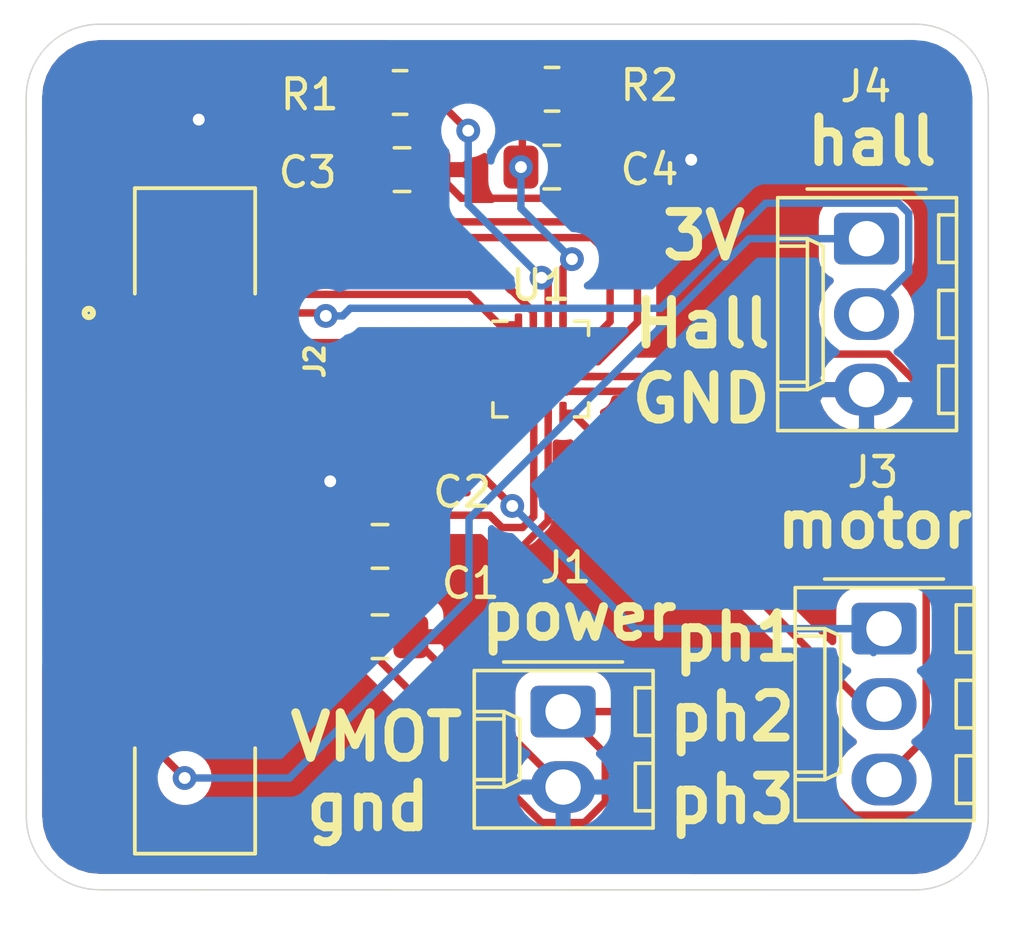
<source format=kicad_pcb>
(kicad_pcb (version 20171130) (host pcbnew "(5.1.10)-1")

  (general
    (thickness 1.6)
    (drawings 19)
    (tracks 156)
    (zones 0)
    (modules 11)
    (nets 16)
  )

  (page A4)
  (layers
    (0 F.Cu signal)
    (31 B.Cu signal)
    (32 B.Adhes user hide)
    (33 F.Adhes user)
    (34 B.Paste user hide)
    (35 F.Paste user hide)
    (36 B.SilkS user hide)
    (37 F.SilkS user)
    (38 B.Mask user)
    (39 F.Mask user hide)
    (40 Dwgs.User user)
    (41 Cmts.User user)
    (42 Eco1.User user)
    (43 Eco2.User user)
    (44 Edge.Cuts user)
    (45 Margin user)
    (46 B.CrtYd user)
    (47 F.CrtYd user)
    (48 B.Fab user)
    (49 F.Fab user)
  )

  (setup
    (last_trace_width 0.25)
    (trace_clearance 0.2)
    (zone_clearance 0.508)
    (zone_45_only no)
    (trace_min 0.2)
    (via_size 0.8)
    (via_drill 0.4)
    (via_min_size 0.4)
    (via_min_drill 0.3)
    (uvia_size 0.3)
    (uvia_drill 0.1)
    (uvias_allowed no)
    (uvia_min_size 0.2)
    (uvia_min_drill 0.1)
    (edge_width 0.05)
    (segment_width 0.2)
    (pcb_text_width 0.3)
    (pcb_text_size 1.5 1.5)
    (mod_edge_width 0.12)
    (mod_text_size 1 1)
    (mod_text_width 0.15)
    (pad_size 1.524 1.524)
    (pad_drill 0.762)
    (pad_to_mask_clearance 0)
    (aux_axis_origin 0 0)
    (visible_elements 7FFFFFFF)
    (pcbplotparams
      (layerselection 0x010fc_ffffffff)
      (usegerberextensions false)
      (usegerberattributes true)
      (usegerberadvancedattributes true)
      (creategerberjobfile true)
      (excludeedgelayer true)
      (linewidth 0.100000)
      (plotframeref false)
      (viasonmask false)
      (mode 1)
      (useauxorigin false)
      (hpglpennumber 1)
      (hpglpenspeed 20)
      (hpglpendiameter 15.000000)
      (psnegative false)
      (psa4output false)
      (plotreference true)
      (plotvalue true)
      (plotinvisibletext false)
      (padsonsilk false)
      (subtractmaskfromsilk false)
      (outputformat 1)
      (mirror false)
      (drillshape 1)
      (scaleselection 1)
      (outputdirectory ""))
  )

  (net 0 "")
  (net 1 GND)
  (net 2 +3V3)
  (net 3 "Net-(C3-Pad1)")
  (net 4 "Net-(C4-Pad1)")
  (net 5 PWM3L)
  (net 6 PWM3H)
  (net 7 PWM2L)
  (net 8 PWM2H)
  (net 9 PWM1L)
  (net 10 PWM1H)
  (net 11 HALL)
  (net 12 PH3)
  (net 13 PH2)
  (net 14 PH1)
  (net 15 +5V)

  (net_class Default "This is the default net class."
    (clearance 0.2)
    (trace_width 0.25)
    (via_dia 0.8)
    (via_drill 0.4)
    (uvia_dia 0.3)
    (uvia_drill 0.1)
    (add_net +3V3)
    (add_net +5V)
    (add_net GND)
    (add_net HALL)
    (add_net "Net-(C3-Pad1)")
    (add_net "Net-(C4-Pad1)")
    (add_net PH1)
    (add_net PH2)
    (add_net PH3)
    (add_net PWM1H)
    (add_net PWM1L)
    (add_net PWM2H)
    (add_net PWM2L)
    (add_net PWM3H)
    (add_net PWM3L)
  )

  (module footprints:TE_1-1734248-5 (layer F.Cu) (tedit 61029AC2) (tstamp 619FF868)
    (at 105.92054 92.29344 270)
    (path /61A027C8)
    (fp_text reference J2 (at -5.37339 -4.010418 90) (layer F.SilkS)
      (effects (font (size 0.640643 0.640643) (thickness 0.15)))
    )
    (fp_text value 1-1734248-5 (at -2.111578 4.965662 90) (layer F.Fab)
      (effects (font (size 0.640359 0.640359) (thickness 0.15)))
    )
    (fp_line (start -11.2 2.05) (end -11.2 -2) (layer F.SilkS) (width 0.127))
    (fp_line (start -11.2 -2) (end -6 -2) (layer F.Fab) (width 0.127))
    (fp_line (start -6 -2) (end -6 -2.55) (layer F.Fab) (width 0.127))
    (fp_line (start -6 -2.55) (end 6 -2.55) (layer F.Fab) (width 0.127))
    (fp_line (start 11.2 2.05) (end 11.2 -2) (layer F.SilkS) (width 0.127))
    (fp_line (start 11.2 -2) (end 6 -2) (layer F.Fab) (width 0.127))
    (fp_line (start 6 -2) (end 6 -2.55) (layer F.Fab) (width 0.127))
    (fp_line (start 11.2 2.05) (end -11.2 2.05) (layer F.Fab) (width 0.127))
    (fp_circle (center -7 3.6) (end -6.858581 3.6) (layer F.SilkS) (width 0.2))
    (fp_line (start 7.55 3.2) (end -7.55 3.2) (layer F.CrtYd) (width 0.05))
    (fp_line (start -7.55 3.2) (end -7.55 2.3) (layer F.CrtYd) (width 0.05))
    (fp_line (start -7.55 2.3) (end -11.45 2.3) (layer F.CrtYd) (width 0.05))
    (fp_line (start -11.45 2.3) (end -11.45 -2.25) (layer F.CrtYd) (width 0.05))
    (fp_line (start -11.45 -2.25) (end -7.55 -2.25) (layer F.CrtYd) (width 0.05))
    (fp_line (start -7.55 -2.25) (end -7.55 -2.8) (layer F.CrtYd) (width 0.05))
    (fp_line (start -7.55 -2.8) (end 7.55 -2.8) (layer F.CrtYd) (width 0.05))
    (fp_line (start 7.55 -2.8) (end 7.55 -2.25) (layer F.CrtYd) (width 0.05))
    (fp_line (start 7.55 -2.25) (end 11.45 -2.25) (layer F.CrtYd) (width 0.05))
    (fp_line (start 11.45 -2.25) (end 11.45 2.3) (layer F.CrtYd) (width 0.05))
    (fp_line (start 11.45 2.3) (end 7.55 2.3) (layer F.CrtYd) (width 0.05))
    (fp_line (start 7.55 2.3) (end 7.55 3.2) (layer F.CrtYd) (width 0.05))
    (fp_line (start 11.2 2.05) (end 7.65 2.05) (layer F.SilkS) (width 0.127))
    (fp_line (start 11.2 -2) (end 7.65 -2) (layer F.SilkS) (width 0.127))
    (fp_line (start -11.2 2.05) (end -7.65 2.05) (layer F.SilkS) (width 0.127))
    (fp_line (start -11.2 -2) (end -7.65 -2) (layer F.SilkS) (width 0.127))
    (fp_line (start -11.2 2.05) (end -11.2 -2) (layer F.Fab) (width 0.127))
    (fp_line (start 11.2 2.05) (end 11.2 -2) (layer F.Fab) (width 0.127))
    (fp_circle (center -7 3.6) (end -6.858581 3.6) (layer F.Fab) (width 0.2))
    (pad 15_1 smd rect (at 7 -1.725 270) (size 0.6 1.65) (layers F.Cu F.Paste F.Mask)
      (net 2 +3V3))
    (pad 14_1 smd rect (at 6 -1.725 270) (size 0.6 1.65) (layers F.Cu F.Paste F.Mask)
      (net 5 PWM3L))
    (pad 13_1 smd rect (at 5 -1.725 270) (size 0.6 1.65) (layers F.Cu F.Paste F.Mask))
    (pad 12_1 smd rect (at 4 -1.725 270) (size 0.6 1.65) (layers F.Cu F.Paste F.Mask))
    (pad 11_1 smd rect (at 3 -1.725 270) (size 0.6 1.65) (layers F.Cu F.Paste F.Mask))
    (pad 10_1 smd rect (at 2 -1.725 270) (size 0.6 1.65) (layers F.Cu F.Paste F.Mask))
    (pad 9_1 smd rect (at 1 -1.725 270) (size 0.6 1.65) (layers F.Cu F.Paste F.Mask))
    (pad 8_1 smd rect (at 0 -1.725 270) (size 0.6 1.65) (layers F.Cu F.Paste F.Mask))
    (pad 7_1 smd rect (at -1 -1.725 270) (size 0.6 1.65) (layers F.Cu F.Paste F.Mask)
      (net 6 PWM3H))
    (pad 6_1 smd rect (at -2 -1.725 270) (size 0.6 1.65) (layers F.Cu F.Paste F.Mask))
    (pad 5_1 smd rect (at -3 -1.725 270) (size 0.6 1.65) (layers F.Cu F.Paste F.Mask)
      (net 7 PWM2L))
    (pad 4_1 smd rect (at -4 -1.725 270) (size 0.6 1.65) (layers F.Cu F.Paste F.Mask)
      (net 8 PWM2H))
    (pad 3_1 smd rect (at -5 -1.725 270) (size 0.6 1.65) (layers F.Cu F.Paste F.Mask)
      (net 9 PWM1L))
    (pad 2_1 smd rect (at -6 -1.725 270) (size 0.6 1.65) (layers F.Cu F.Paste F.Mask)
      (net 10 PWM1H))
    (pad 15 smd rect (at 7 2.025 270) (size 0.6 1.85) (layers F.Cu F.Paste F.Mask)
      (net 2 +3V3))
    (pad 14 smd rect (at 6 2.025 270) (size 0.6 1.85) (layers F.Cu F.Paste F.Mask)
      (net 5 PWM3L))
    (pad 13 smd rect (at 5 2.025 270) (size 0.6 1.85) (layers F.Cu F.Paste F.Mask))
    (pad 12 smd rect (at 4 2.025 270) (size 0.6 1.85) (layers F.Cu F.Paste F.Mask))
    (pad 11 smd rect (at 3 2.025 270) (size 0.6 1.85) (layers F.Cu F.Paste F.Mask))
    (pad 10 smd rect (at 2 2.025 270) (size 0.6 1.85) (layers F.Cu F.Paste F.Mask))
    (pad 9 smd rect (at 1 2.025 270) (size 0.6 1.85) (layers F.Cu F.Paste F.Mask))
    (pad 8 smd rect (at 0 2.025 270) (size 0.6 1.85) (layers F.Cu F.Paste F.Mask))
    (pad 7 smd rect (at -1 2.025 270) (size 0.6 1.85) (layers F.Cu F.Paste F.Mask)
      (net 6 PWM3H))
    (pad 6 smd rect (at -2 2.025 270) (size 0.6 1.85) (layers F.Cu F.Paste F.Mask))
    (pad 5 smd rect (at -3 2.025 270) (size 0.6 1.85) (layers F.Cu F.Paste F.Mask)
      (net 7 PWM2L))
    (pad 4 smd rect (at -4 2.025 270) (size 0.6 1.85) (layers F.Cu F.Paste F.Mask)
      (net 8 PWM2H))
    (pad 3 smd rect (at -5 2.025 270) (size 0.6 1.85) (layers F.Cu F.Paste F.Mask)
      (net 9 PWM1L))
    (pad 2 smd rect (at -6 2.025 270) (size 0.6 1.85) (layers F.Cu F.Paste F.Mask)
      (net 10 PWM1H))
    (pad 1_1 smd rect (at -7 -1.725 270) (size 0.6 1.65) (layers F.Cu F.Paste F.Mask)
      (net 11 HALL))
    (pad 1 smd rect (at -7 2.025 270) (size 0.6 1.85) (layers F.Cu F.Paste F.Mask)
      (net 11 HALL))
    (model ${KIPRJMOD}/Socket_BeagleBone_Black.3dshapes/c-1-1734248-5-e-3d.stp
      (offset (xyz 0 0 4.5))
      (scale (xyz 1 1 1))
      (rotate (xyz 0 0 0))
    )
  )

  (module Connector_Molex:Molex_KK-254_AE-6410-02A_1x02_P2.54mm_Vertical (layer F.Cu) (tedit 5EA53D3B) (tstamp 619FF82A)
    (at 118.28526 98.71202 270)
    (descr "Molex KK-254 Interconnect System, old/engineering part number: AE-6410-02A example for new part number: 22-27-2021, 2 Pins (http://www.molex.com/pdm_docs/sd/022272021_sd.pdf), generated with kicad-footprint-generator")
    (tags "connector Molex KK-254 vertical")
    (path /619F9F94)
    (fp_text reference J1 (at -4.84632 -0.09652 180) (layer F.SilkS)
      (effects (font (size 1 1) (thickness 0.15)))
    )
    (fp_text value Conn_01x02 (at 1.27 4.08 90) (layer F.Fab)
      (effects (font (size 1 1) (thickness 0.15)))
    )
    (fp_line (start 4.31 -3.42) (end -1.77 -3.42) (layer F.CrtYd) (width 0.05))
    (fp_line (start 4.31 3.38) (end 4.31 -3.42) (layer F.CrtYd) (width 0.05))
    (fp_line (start -1.77 3.38) (end 4.31 3.38) (layer F.CrtYd) (width 0.05))
    (fp_line (start -1.77 -3.42) (end -1.77 3.38) (layer F.CrtYd) (width 0.05))
    (fp_line (start 3.34 -2.43) (end 3.34 -3.03) (layer F.SilkS) (width 0.12))
    (fp_line (start 1.74 -2.43) (end 3.34 -2.43) (layer F.SilkS) (width 0.12))
    (fp_line (start 1.74 -3.03) (end 1.74 -2.43) (layer F.SilkS) (width 0.12))
    (fp_line (start 0.8 -2.43) (end 0.8 -3.03) (layer F.SilkS) (width 0.12))
    (fp_line (start -0.8 -2.43) (end 0.8 -2.43) (layer F.SilkS) (width 0.12))
    (fp_line (start -0.8 -3.03) (end -0.8 -2.43) (layer F.SilkS) (width 0.12))
    (fp_line (start 2.29 2.99) (end 2.29 1.99) (layer F.SilkS) (width 0.12))
    (fp_line (start 0.25 2.99) (end 0.25 1.99) (layer F.SilkS) (width 0.12))
    (fp_line (start 2.29 1.46) (end 2.54 1.99) (layer F.SilkS) (width 0.12))
    (fp_line (start 0.25 1.46) (end 2.29 1.46) (layer F.SilkS) (width 0.12))
    (fp_line (start 0 1.99) (end 0.25 1.46) (layer F.SilkS) (width 0.12))
    (fp_line (start 2.54 1.99) (end 2.54 2.99) (layer F.SilkS) (width 0.12))
    (fp_line (start 0 1.99) (end 2.54 1.99) (layer F.SilkS) (width 0.12))
    (fp_line (start 0 2.99) (end 0 1.99) (layer F.SilkS) (width 0.12))
    (fp_line (start -0.562893 0) (end -1.27 0.5) (layer F.Fab) (width 0.1))
    (fp_line (start -1.27 -0.5) (end -0.562893 0) (layer F.Fab) (width 0.1))
    (fp_line (start -1.67 -2) (end -1.67 2) (layer F.SilkS) (width 0.12))
    (fp_line (start 3.92 -3.03) (end -1.38 -3.03) (layer F.SilkS) (width 0.12))
    (fp_line (start 3.92 2.99) (end 3.92 -3.03) (layer F.SilkS) (width 0.12))
    (fp_line (start -1.38 2.99) (end 3.92 2.99) (layer F.SilkS) (width 0.12))
    (fp_line (start -1.38 -3.03) (end -1.38 2.99) (layer F.SilkS) (width 0.12))
    (fp_line (start 3.81 -2.92) (end -1.27 -2.92) (layer F.Fab) (width 0.1))
    (fp_line (start 3.81 2.88) (end 3.81 -2.92) (layer F.Fab) (width 0.1))
    (fp_line (start -1.27 2.88) (end 3.81 2.88) (layer F.Fab) (width 0.1))
    (fp_line (start -1.27 -2.92) (end -1.27 2.88) (layer F.Fab) (width 0.1))
    (fp_text user %R (at 0.95504 -2.16916 90) (layer F.Fab)
      (effects (font (size 1 1) (thickness 0.15)))
    )
    (pad 2 thru_hole oval (at 2.54 0 270) (size 1.74 2.19) (drill 1.19) (layers *.Cu *.Mask)
      (net 1 GND))
    (pad 1 thru_hole roundrect (at 0 0 270) (size 1.74 2.19) (drill 1.19) (layers *.Cu *.Mask) (roundrect_rratio 0.143678)
      (net 15 +5V))
    (model ${KISYS3DMOD}/Connector_Molex.3dshapes/Molex_KK-254_AE-6410-02A_1x02_P2.54mm_Vertical.wrl
      (at (xyz 0 0 0))
      (scale (xyz 1 1 1))
      (rotate (xyz 0 0 0))
    )
  )

  (module Package_DFN_QFN:VQFN-16-1EP_3x3mm_P0.5mm_EP1.8x1.8mm (layer F.Cu) (tedit 5DC5F6A8) (tstamp 619FF904)
    (at 117.53342 87.18296)
    (descr "VQFN, 16 Pin (https://www.st.com/resource/en/datasheet/stspin220.pdf), generated with kicad-footprint-generator ipc_noLead_generator.py")
    (tags "VQFN NoLead")
    (path /619F5C8A)
    (attr smd)
    (fp_text reference U1 (at 0 -2.82) (layer F.SilkS)
      (effects (font (size 1 1) (thickness 0.15)))
    )
    (fp_text value STSPIN230 (at 0 2.82) (layer F.Fab)
      (effects (font (size 1 1) (thickness 0.15)))
    )
    (fp_line (start 2.12 -2.12) (end -2.12 -2.12) (layer F.CrtYd) (width 0.05))
    (fp_line (start 2.12 2.12) (end 2.12 -2.12) (layer F.CrtYd) (width 0.05))
    (fp_line (start -2.12 2.12) (end 2.12 2.12) (layer F.CrtYd) (width 0.05))
    (fp_line (start -2.12 -2.12) (end -2.12 2.12) (layer F.CrtYd) (width 0.05))
    (fp_line (start -1.5 -0.75) (end -0.75 -1.5) (layer F.Fab) (width 0.1))
    (fp_line (start -1.5 1.5) (end -1.5 -0.75) (layer F.Fab) (width 0.1))
    (fp_line (start 1.5 1.5) (end -1.5 1.5) (layer F.Fab) (width 0.1))
    (fp_line (start 1.5 -1.5) (end 1.5 1.5) (layer F.Fab) (width 0.1))
    (fp_line (start -0.75 -1.5) (end 1.5 -1.5) (layer F.Fab) (width 0.1))
    (fp_line (start -1.135 -1.61) (end -1.61 -1.61) (layer F.SilkS) (width 0.12))
    (fp_line (start 1.61 1.61) (end 1.61 1.135) (layer F.SilkS) (width 0.12))
    (fp_line (start 1.135 1.61) (end 1.61 1.61) (layer F.SilkS) (width 0.12))
    (fp_line (start -1.61 1.61) (end -1.61 1.135) (layer F.SilkS) (width 0.12))
    (fp_line (start -1.135 1.61) (end -1.61 1.61) (layer F.SilkS) (width 0.12))
    (fp_line (start 1.61 -1.61) (end 1.61 -1.135) (layer F.SilkS) (width 0.12))
    (fp_line (start 1.135 -1.61) (end 1.61 -1.61) (layer F.SilkS) (width 0.12))
    (fp_text user %R (at 0 0) (layer F.Fab)
      (effects (font (size 0.75 0.75) (thickness 0.11)))
    )
    (pad "" smd roundrect (at 0.45 0.45) (size 0.73 0.73) (layers F.Paste) (roundrect_rratio 0.25))
    (pad "" smd roundrect (at 0.45 -0.45) (size 0.73 0.73) (layers F.Paste) (roundrect_rratio 0.25))
    (pad "" smd roundrect (at -0.45 0.45) (size 0.73 0.73) (layers F.Paste) (roundrect_rratio 0.25))
    (pad "" smd roundrect (at -0.45 -0.45) (size 0.73 0.73) (layers F.Paste) (roundrect_rratio 0.25))
    (pad 17 smd rect (at 0 0) (size 1.8 1.8) (layers F.Cu F.Mask)
      (net 1 GND))
    (pad 16 smd roundrect (at -0.75 -1.4875) (size 0.25 0.775) (layers F.Cu F.Paste F.Mask) (roundrect_rratio 0.25)
      (net 8 PWM2H))
    (pad 15 smd roundrect (at -0.25 -1.4875) (size 0.25 0.775) (layers F.Cu F.Paste F.Mask) (roundrect_rratio 0.25)
      (net 7 PWM2L))
    (pad 14 smd roundrect (at 0.25 -1.4875) (size 0.25 0.775) (layers F.Cu F.Paste F.Mask) (roundrect_rratio 0.25)
      (net 3 "Net-(C3-Pad1)"))
    (pad 13 smd roundrect (at 0.75 -1.4875) (size 0.25 0.775) (layers F.Cu F.Paste F.Mask) (roundrect_rratio 0.25)
      (net 4 "Net-(C4-Pad1)"))
    (pad 12 smd roundrect (at 1.4875 -0.75) (size 0.775 0.25) (layers F.Cu F.Paste F.Mask) (roundrect_rratio 0.25)
      (net 6 PWM3H))
    (pad 11 smd roundrect (at 1.4875 -0.25) (size 0.775 0.25) (layers F.Cu F.Paste F.Mask) (roundrect_rratio 0.25)
      (net 5 PWM3L))
    (pad 10 smd roundrect (at 1.4875 0.25) (size 0.775 0.25) (layers F.Cu F.Paste F.Mask) (roundrect_rratio 0.25)
      (net 12 PH3))
    (pad 9 smd roundrect (at 1.4875 0.75) (size 0.775 0.25) (layers F.Cu F.Paste F.Mask) (roundrect_rratio 0.25)
      (net 1 GND))
    (pad 8 smd roundrect (at 0.75 1.4875) (size 0.25 0.775) (layers F.Cu F.Paste F.Mask) (roundrect_rratio 0.25)
      (net 13 PH2))
    (pad 7 smd roundrect (at 0.25 1.4875) (size 0.25 0.775) (layers F.Cu F.Paste F.Mask) (roundrect_rratio 0.25)
      (net 1 GND))
    (pad 6 smd roundrect (at -0.25 1.4875) (size 0.25 0.775) (layers F.Cu F.Paste F.Mask) (roundrect_rratio 0.25)
      (net 15 +5V))
    (pad 5 smd roundrect (at -0.75 1.4875) (size 0.25 0.775) (layers F.Cu F.Paste F.Mask) (roundrect_rratio 0.25))
    (pad 4 smd roundrect (at -1.4875 0.75) (size 0.775 0.25) (layers F.Cu F.Paste F.Mask) (roundrect_rratio 0.25)
      (net 1 GND))
    (pad 3 smd roundrect (at -1.4875 0.25) (size 0.775 0.25) (layers F.Cu F.Paste F.Mask) (roundrect_rratio 0.25)
      (net 14 PH1))
    (pad 2 smd roundrect (at -1.4875 -0.25) (size 0.775 0.25) (layers F.Cu F.Paste F.Mask) (roundrect_rratio 0.25)
      (net 9 PWM1L))
    (pad 1 smd roundrect (at -1.4875 -0.75) (size 0.775 0.25) (layers F.Cu F.Paste F.Mask) (roundrect_rratio 0.25)
      (net 10 PWM1H))
    (model ${KISYS3DMOD}/Package_DFN_QFN.3dshapes/VQFN-16-1EP_3x3mm_P0.5mm_EP1.8x1.8mm.wrl
      (at (xyz 0 0 0))
      (scale (xyz 1 1 1))
      (rotate (xyz 0 0 0))
    )
  )

  (module Resistor_SMD:R_0805_2012Metric_Pad1.20x1.40mm_HandSolder (layer F.Cu) (tedit 5F68FEEE) (tstamp 619FF8DA)
    (at 117.91442 77.76464 180)
    (descr "Resistor SMD 0805 (2012 Metric), square (rectangular) end terminal, IPC_7351 nominal with elongated pad for handsoldering. (Body size source: IPC-SM-782 page 72, https://www.pcb-3d.com/wordpress/wp-content/uploads/ipc-sm-782a_amendment_1_and_2.pdf), generated with kicad-footprint-generator")
    (tags "resistor handsolder")
    (path /619FBB69)
    (attr smd)
    (fp_text reference R2 (at -3.27914 0.12954) (layer F.SilkS)
      (effects (font (size 1 1) (thickness 0.15)))
    )
    (fp_text value 10K (at 0 1.65) (layer F.Fab)
      (effects (font (size 1 1) (thickness 0.15)))
    )
    (fp_line (start 1.85 0.95) (end -1.85 0.95) (layer F.CrtYd) (width 0.05))
    (fp_line (start 1.85 -0.95) (end 1.85 0.95) (layer F.CrtYd) (width 0.05))
    (fp_line (start -1.85 -0.95) (end 1.85 -0.95) (layer F.CrtYd) (width 0.05))
    (fp_line (start -1.85 0.95) (end -1.85 -0.95) (layer F.CrtYd) (width 0.05))
    (fp_line (start -0.227064 0.735) (end 0.227064 0.735) (layer F.SilkS) (width 0.12))
    (fp_line (start -0.227064 -0.735) (end 0.227064 -0.735) (layer F.SilkS) (width 0.12))
    (fp_line (start 1 0.625) (end -1 0.625) (layer F.Fab) (width 0.1))
    (fp_line (start 1 -0.625) (end 1 0.625) (layer F.Fab) (width 0.1))
    (fp_line (start -1 -0.625) (end 1 -0.625) (layer F.Fab) (width 0.1))
    (fp_line (start -1 0.625) (end -1 -0.625) (layer F.Fab) (width 0.1))
    (fp_text user %R (at 0 0) (layer F.Fab)
      (effects (font (size 0.5 0.5) (thickness 0.08)))
    )
    (pad 2 smd roundrect (at 1 0 180) (size 1.2 1.4) (layers F.Cu F.Paste F.Mask) (roundrect_rratio 0.208333)
      (net 4 "Net-(C4-Pad1)"))
    (pad 1 smd roundrect (at -1 0 180) (size 1.2 1.4) (layers F.Cu F.Paste F.Mask) (roundrect_rratio 0.208333)
      (net 15 +5V))
    (model ${KISYS3DMOD}/Resistor_SMD.3dshapes/R_0805_2012Metric.wrl
      (at (xyz 0 0 0))
      (scale (xyz 1 1 1))
      (rotate (xyz 0 0 0))
    )
  )

  (module Resistor_SMD:R_0805_2012Metric_Pad1.20x1.40mm_HandSolder (layer F.Cu) (tedit 5F68FEEE) (tstamp 619FF8C9)
    (at 112.79886 77.87386)
    (descr "Resistor SMD 0805 (2012 Metric), square (rectangular) end terminal, IPC_7351 nominal with elongated pad for handsoldering. (Body size source: IPC-SM-782 page 72, https://www.pcb-3d.com/wordpress/wp-content/uploads/ipc-sm-782a_amendment_1_and_2.pdf), generated with kicad-footprint-generator")
    (tags "resistor handsolder")
    (path /619FC2C2)
    (attr smd)
    (fp_text reference R1 (at -3.04292 0.07112) (layer F.SilkS)
      (effects (font (size 1 1) (thickness 0.15)))
    )
    (fp_text value 10K (at 0 1.65) (layer F.Fab)
      (effects (font (size 1 1) (thickness 0.15)))
    )
    (fp_line (start 1.85 0.95) (end -1.85 0.95) (layer F.CrtYd) (width 0.05))
    (fp_line (start 1.85 -0.95) (end 1.85 0.95) (layer F.CrtYd) (width 0.05))
    (fp_line (start -1.85 -0.95) (end 1.85 -0.95) (layer F.CrtYd) (width 0.05))
    (fp_line (start -1.85 0.95) (end -1.85 -0.95) (layer F.CrtYd) (width 0.05))
    (fp_line (start -0.227064 0.735) (end 0.227064 0.735) (layer F.SilkS) (width 0.12))
    (fp_line (start -0.227064 -0.735) (end 0.227064 -0.735) (layer F.SilkS) (width 0.12))
    (fp_line (start 1 0.625) (end -1 0.625) (layer F.Fab) (width 0.1))
    (fp_line (start 1 -0.625) (end 1 0.625) (layer F.Fab) (width 0.1))
    (fp_line (start -1 -0.625) (end 1 -0.625) (layer F.Fab) (width 0.1))
    (fp_line (start -1 0.625) (end -1 -0.625) (layer F.Fab) (width 0.1))
    (fp_text user %R (at 0 0) (layer F.Fab)
      (effects (font (size 0.5 0.5) (thickness 0.08)))
    )
    (pad 2 smd roundrect (at 1 0) (size 1.2 1.4) (layers F.Cu F.Paste F.Mask) (roundrect_rratio 0.208333)
      (net 3 "Net-(C3-Pad1)"))
    (pad 1 smd roundrect (at -1 0) (size 1.2 1.4) (layers F.Cu F.Paste F.Mask) (roundrect_rratio 0.208333)
      (net 15 +5V))
    (model ${KISYS3DMOD}/Resistor_SMD.3dshapes/R_0805_2012Metric.wrl
      (at (xyz 0 0 0))
      (scale (xyz 1 1 1))
      (rotate (xyz 0 0 0))
    )
  )

  (module Connector_Molex:Molex_KK-254_AE-6410-03A_1x03_P2.54mm_Vertical (layer F.Cu) (tedit 5EA53D3B) (tstamp 61A0000D)
    (at 128.4986 82.79384 270)
    (descr "Molex KK-254 Interconnect System, old/engineering part number: AE-6410-03A example for new part number: 22-27-2031, 3 Pins (http://www.molex.com/pdm_docs/sd/022272021_sd.pdf), generated with kicad-footprint-generator")
    (tags "connector Molex KK-254 vertical")
    (path /61A1F2A6)
    (fp_text reference J4 (at -5.12064 0.02032 180) (layer F.SilkS)
      (effects (font (size 1 1) (thickness 0.15)))
    )
    (fp_text value Conn_01x03 (at 2.54 4.08 90) (layer F.Fab)
      (effects (font (size 1 1) (thickness 0.15)))
    )
    (fp_line (start 6.85 -3.42) (end -1.77 -3.42) (layer F.CrtYd) (width 0.05))
    (fp_line (start 6.85 3.38) (end 6.85 -3.42) (layer F.CrtYd) (width 0.05))
    (fp_line (start -1.77 3.38) (end 6.85 3.38) (layer F.CrtYd) (width 0.05))
    (fp_line (start -1.77 -3.42) (end -1.77 3.38) (layer F.CrtYd) (width 0.05))
    (fp_line (start 5.88 -2.43) (end 5.88 -3.03) (layer F.SilkS) (width 0.12))
    (fp_line (start 4.28 -2.43) (end 5.88 -2.43) (layer F.SilkS) (width 0.12))
    (fp_line (start 4.28 -3.03) (end 4.28 -2.43) (layer F.SilkS) (width 0.12))
    (fp_line (start 3.34 -2.43) (end 3.34 -3.03) (layer F.SilkS) (width 0.12))
    (fp_line (start 1.74 -2.43) (end 3.34 -2.43) (layer F.SilkS) (width 0.12))
    (fp_line (start 1.74 -3.03) (end 1.74 -2.43) (layer F.SilkS) (width 0.12))
    (fp_line (start 0.8 -2.43) (end 0.8 -3.03) (layer F.SilkS) (width 0.12))
    (fp_line (start -0.8 -2.43) (end 0.8 -2.43) (layer F.SilkS) (width 0.12))
    (fp_line (start -0.8 -3.03) (end -0.8 -2.43) (layer F.SilkS) (width 0.12))
    (fp_line (start 4.83 2.99) (end 4.83 1.99) (layer F.SilkS) (width 0.12))
    (fp_line (start 0.25 2.99) (end 0.25 1.99) (layer F.SilkS) (width 0.12))
    (fp_line (start 4.83 1.46) (end 5.08 1.99) (layer F.SilkS) (width 0.12))
    (fp_line (start 0.25 1.46) (end 4.83 1.46) (layer F.SilkS) (width 0.12))
    (fp_line (start 0 1.99) (end 0.25 1.46) (layer F.SilkS) (width 0.12))
    (fp_line (start 5.08 1.99) (end 5.08 2.99) (layer F.SilkS) (width 0.12))
    (fp_line (start 0 1.99) (end 5.08 1.99) (layer F.SilkS) (width 0.12))
    (fp_line (start 0 2.99) (end 0 1.99) (layer F.SilkS) (width 0.12))
    (fp_line (start -0.562893 0) (end -1.27 0.5) (layer F.Fab) (width 0.1))
    (fp_line (start -1.27 -0.5) (end -0.562893 0) (layer F.Fab) (width 0.1))
    (fp_line (start -1.67 -2) (end -1.67 2) (layer F.SilkS) (width 0.12))
    (fp_line (start 6.46 -3.03) (end -1.38 -3.03) (layer F.SilkS) (width 0.12))
    (fp_line (start 6.46 2.99) (end 6.46 -3.03) (layer F.SilkS) (width 0.12))
    (fp_line (start -1.38 2.99) (end 6.46 2.99) (layer F.SilkS) (width 0.12))
    (fp_line (start -1.38 -3.03) (end -1.38 2.99) (layer F.SilkS) (width 0.12))
    (fp_line (start 6.35 -2.92) (end -1.27 -2.92) (layer F.Fab) (width 0.1))
    (fp_line (start 6.35 2.88) (end 6.35 -2.92) (layer F.Fab) (width 0.1))
    (fp_line (start -1.27 2.88) (end 6.35 2.88) (layer F.Fab) (width 0.1))
    (fp_line (start -1.27 -2.92) (end -1.27 2.88) (layer F.Fab) (width 0.1))
    (fp_text user %R (at 2.54 -2.22 90) (layer F.Fab)
      (effects (font (size 1 1) (thickness 0.15)))
    )
    (pad 3 thru_hole oval (at 5.08 0 270) (size 1.74 2.19) (drill 1.19) (layers *.Cu *.Mask)
      (net 1 GND))
    (pad 2 thru_hole oval (at 2.54 0 270) (size 1.74 2.19) (drill 1.19) (layers *.Cu *.Mask)
      (net 11 HALL))
    (pad 1 thru_hole roundrect (at 0 0 270) (size 1.74 2.19) (drill 1.19) (layers *.Cu *.Mask) (roundrect_rratio 0.143678)
      (net 2 +3V3))
    (model ${KISYS3DMOD}/Connector_Molex.3dshapes/Molex_KK-254_AE-6410-03A_1x03_P2.54mm_Vertical.wrl
      (at (xyz 0 0 0))
      (scale (xyz 1 1 1))
      (rotate (xyz 0 0 0))
    )
  )

  (module Connector_Molex:Molex_KK-254_AE-6410-03A_1x03_P2.54mm_Vertical (layer F.Cu) (tedit 5EA53D3B) (tstamp 619FF890)
    (at 129.08788 95.92056 270)
    (descr "Molex KK-254 Interconnect System, old/engineering part number: AE-6410-03A example for new part number: 22-27-2031, 3 Pins (http://www.molex.com/pdm_docs/sd/022272021_sd.pdf), generated with kicad-footprint-generator")
    (tags "connector Molex KK-254 vertical")
    (path /61A1E9B9)
    (fp_text reference J3 (at -5.26542 0.37338 180) (layer F.SilkS)
      (effects (font (size 1 1) (thickness 0.15)))
    )
    (fp_text value Conn_01x03 (at 2.54 4.08 90) (layer F.Fab)
      (effects (font (size 1 1) (thickness 0.15)))
    )
    (fp_line (start 6.85 -3.42) (end -1.77 -3.42) (layer F.CrtYd) (width 0.05))
    (fp_line (start 6.85 3.38) (end 6.85 -3.42) (layer F.CrtYd) (width 0.05))
    (fp_line (start -1.77 3.38) (end 6.85 3.38) (layer F.CrtYd) (width 0.05))
    (fp_line (start -1.77 -3.42) (end -1.77 3.38) (layer F.CrtYd) (width 0.05))
    (fp_line (start 5.88 -2.43) (end 5.88 -3.03) (layer F.SilkS) (width 0.12))
    (fp_line (start 4.28 -2.43) (end 5.88 -2.43) (layer F.SilkS) (width 0.12))
    (fp_line (start 4.28 -3.03) (end 4.28 -2.43) (layer F.SilkS) (width 0.12))
    (fp_line (start 3.34 -2.43) (end 3.34 -3.03) (layer F.SilkS) (width 0.12))
    (fp_line (start 1.74 -2.43) (end 3.34 -2.43) (layer F.SilkS) (width 0.12))
    (fp_line (start 1.74 -3.03) (end 1.74 -2.43) (layer F.SilkS) (width 0.12))
    (fp_line (start 0.8 -2.43) (end 0.8 -3.03) (layer F.SilkS) (width 0.12))
    (fp_line (start -0.8 -2.43) (end 0.8 -2.43) (layer F.SilkS) (width 0.12))
    (fp_line (start -0.8 -3.03) (end -0.8 -2.43) (layer F.SilkS) (width 0.12))
    (fp_line (start 4.83 2.99) (end 4.83 1.99) (layer F.SilkS) (width 0.12))
    (fp_line (start 0.25 2.99) (end 0.25 1.99) (layer F.SilkS) (width 0.12))
    (fp_line (start 4.83 1.46) (end 5.08 1.99) (layer F.SilkS) (width 0.12))
    (fp_line (start 0.25 1.46) (end 4.83 1.46) (layer F.SilkS) (width 0.12))
    (fp_line (start 0 1.99) (end 0.25 1.46) (layer F.SilkS) (width 0.12))
    (fp_line (start 5.08 1.99) (end 5.08 2.99) (layer F.SilkS) (width 0.12))
    (fp_line (start 0 1.99) (end 5.08 1.99) (layer F.SilkS) (width 0.12))
    (fp_line (start 0 2.99) (end 0 1.99) (layer F.SilkS) (width 0.12))
    (fp_line (start -0.562893 0) (end -1.27 0.5) (layer F.Fab) (width 0.1))
    (fp_line (start -1.27 -0.5) (end -0.562893 0) (layer F.Fab) (width 0.1))
    (fp_line (start -1.67 -2) (end -1.67 2) (layer F.SilkS) (width 0.12))
    (fp_line (start 6.46 -3.03) (end -1.38 -3.03) (layer F.SilkS) (width 0.12))
    (fp_line (start 6.46 2.99) (end 6.46 -3.03) (layer F.SilkS) (width 0.12))
    (fp_line (start -1.38 2.99) (end 6.46 2.99) (layer F.SilkS) (width 0.12))
    (fp_line (start -1.38 -3.03) (end -1.38 2.99) (layer F.SilkS) (width 0.12))
    (fp_line (start 6.35 -2.92) (end -1.27 -2.92) (layer F.Fab) (width 0.1))
    (fp_line (start 6.35 2.88) (end 6.35 -2.92) (layer F.Fab) (width 0.1))
    (fp_line (start -1.27 2.88) (end 6.35 2.88) (layer F.Fab) (width 0.1))
    (fp_line (start -1.27 -2.92) (end -1.27 2.88) (layer F.Fab) (width 0.1))
    (fp_text user %R (at 2.54 -2.22 90) (layer F.Fab)
      (effects (font (size 1 1) (thickness 0.15)))
    )
    (pad 3 thru_hole oval (at 5.08 0 270) (size 1.74 2.19) (drill 1.19) (layers *.Cu *.Mask)
      (net 12 PH3))
    (pad 2 thru_hole oval (at 2.54 0 270) (size 1.74 2.19) (drill 1.19) (layers *.Cu *.Mask)
      (net 13 PH2))
    (pad 1 thru_hole roundrect (at 0 0 270) (size 1.74 2.19) (drill 1.19) (layers *.Cu *.Mask) (roundrect_rratio 0.143678)
      (net 14 PH1))
    (model ${KISYS3DMOD}/Connector_Molex.3dshapes/Molex_KK-254_AE-6410-03A_1x03_P2.54mm_Vertical.wrl
      (at (xyz 0 0 0))
      (scale (xyz 1 1 1))
      (rotate (xyz 0 0 0))
    )
  )

  (module Capacitor_SMD:C_0805_2012Metric_Pad1.18x1.45mm_HandSolder (layer F.Cu) (tedit 5F68FEEF) (tstamp 619FF802)
    (at 117.90426 80.38338)
    (descr "Capacitor SMD 0805 (2012 Metric), square (rectangular) end terminal, IPC_7351 nominal with elongated pad for handsoldering. (Body size source: IPC-SM-782 page 76, https://www.pcb-3d.com/wordpress/wp-content/uploads/ipc-sm-782a_amendment_1_and_2.pdf, https://docs.google.com/spreadsheets/d/1BsfQQcO9C6DZCsRaXUlFlo91Tg2WpOkGARC1WS5S8t0/edit?usp=sharing), generated with kicad-footprint-generator")
    (tags "capacitor handsolder")
    (path /619FE56D)
    (attr smd)
    (fp_text reference C4 (at 3.2893 0.08382) (layer F.SilkS)
      (effects (font (size 1 1) (thickness 0.15)))
    )
    (fp_text value 10nF (at 0 1.68) (layer F.Fab)
      (effects (font (size 1 1) (thickness 0.15)))
    )
    (fp_line (start 1.88 0.98) (end -1.88 0.98) (layer F.CrtYd) (width 0.05))
    (fp_line (start 1.88 -0.98) (end 1.88 0.98) (layer F.CrtYd) (width 0.05))
    (fp_line (start -1.88 -0.98) (end 1.88 -0.98) (layer F.CrtYd) (width 0.05))
    (fp_line (start -1.88 0.98) (end -1.88 -0.98) (layer F.CrtYd) (width 0.05))
    (fp_line (start -0.261252 0.735) (end 0.261252 0.735) (layer F.SilkS) (width 0.12))
    (fp_line (start -0.261252 -0.735) (end 0.261252 -0.735) (layer F.SilkS) (width 0.12))
    (fp_line (start 1 0.625) (end -1 0.625) (layer F.Fab) (width 0.1))
    (fp_line (start 1 -0.625) (end 1 0.625) (layer F.Fab) (width 0.1))
    (fp_line (start -1 -0.625) (end 1 -0.625) (layer F.Fab) (width 0.1))
    (fp_line (start -1 0.625) (end -1 -0.625) (layer F.Fab) (width 0.1))
    (fp_text user %R (at 0 0) (layer F.Fab)
      (effects (font (size 0.5 0.5) (thickness 0.08)))
    )
    (pad 2 smd roundrect (at 1.0375 0) (size 1.175 1.45) (layers F.Cu F.Paste F.Mask) (roundrect_rratio 0.212766)
      (net 1 GND))
    (pad 1 smd roundrect (at -1.0375 0) (size 1.175 1.45) (layers F.Cu F.Paste F.Mask) (roundrect_rratio 0.212766)
      (net 4 "Net-(C4-Pad1)"))
    (model ${KISYS3DMOD}/Capacitor_SMD.3dshapes/C_0805_2012Metric.wrl
      (at (xyz 0 0 0))
      (scale (xyz 1 1 1))
      (rotate (xyz 0 0 0))
    )
  )

  (module Capacitor_SMD:C_0805_2012Metric_Pad1.18x1.45mm_HandSolder (layer F.Cu) (tedit 5F68FEEF) (tstamp 619FF7F1)
    (at 112.8649 80.46974)
    (descr "Capacitor SMD 0805 (2012 Metric), square (rectangular) end terminal, IPC_7351 nominal with elongated pad for handsoldering. (Body size source: IPC-SM-782 page 76, https://www.pcb-3d.com/wordpress/wp-content/uploads/ipc-sm-782a_amendment_1_and_2.pdf, https://docs.google.com/spreadsheets/d/1BsfQQcO9C6DZCsRaXUlFlo91Tg2WpOkGARC1WS5S8t0/edit?usp=sharing), generated with kicad-footprint-generator")
    (tags "capacitor handsolder")
    (path /619FDA3C)
    (attr smd)
    (fp_text reference C3 (at -3.17754 0.09144) (layer F.SilkS)
      (effects (font (size 1 1) (thickness 0.15)))
    )
    (fp_text value 10nF (at 0 1.68) (layer F.Fab)
      (effects (font (size 1 1) (thickness 0.15)))
    )
    (fp_line (start 1.88 0.98) (end -1.88 0.98) (layer F.CrtYd) (width 0.05))
    (fp_line (start 1.88 -0.98) (end 1.88 0.98) (layer F.CrtYd) (width 0.05))
    (fp_line (start -1.88 -0.98) (end 1.88 -0.98) (layer F.CrtYd) (width 0.05))
    (fp_line (start -1.88 0.98) (end -1.88 -0.98) (layer F.CrtYd) (width 0.05))
    (fp_line (start -0.261252 0.735) (end 0.261252 0.735) (layer F.SilkS) (width 0.12))
    (fp_line (start -0.261252 -0.735) (end 0.261252 -0.735) (layer F.SilkS) (width 0.12))
    (fp_line (start 1 0.625) (end -1 0.625) (layer F.Fab) (width 0.1))
    (fp_line (start 1 -0.625) (end 1 0.625) (layer F.Fab) (width 0.1))
    (fp_line (start -1 -0.625) (end 1 -0.625) (layer F.Fab) (width 0.1))
    (fp_line (start -1 0.625) (end -1 -0.625) (layer F.Fab) (width 0.1))
    (fp_text user %R (at 0 0) (layer F.Fab)
      (effects (font (size 0.5 0.5) (thickness 0.08)))
    )
    (pad 2 smd roundrect (at 1.0375 0) (size 1.175 1.45) (layers F.Cu F.Paste F.Mask) (roundrect_rratio 0.212766)
      (net 1 GND))
    (pad 1 smd roundrect (at -1.0375 0) (size 1.175 1.45) (layers F.Cu F.Paste F.Mask) (roundrect_rratio 0.212766)
      (net 3 "Net-(C3-Pad1)"))
    (model ${KISYS3DMOD}/Capacitor_SMD.3dshapes/C_0805_2012Metric.wrl
      (at (xyz 0 0 0))
      (scale (xyz 1 1 1))
      (rotate (xyz 0 0 0))
    )
  )

  (module Capacitor_SMD:C_0805_2012Metric_Pad1.18x1.45mm_HandSolder (layer F.Cu) (tedit 5F68FEEF) (tstamp 619FF7E0)
    (at 112.12322 93.15196)
    (descr "Capacitor SMD 0805 (2012 Metric), square (rectangular) end terminal, IPC_7351 nominal with elongated pad for handsoldering. (Body size source: IPC-SM-782 page 76, https://www.pcb-3d.com/wordpress/wp-content/uploads/ipc-sm-782a_amendment_1_and_2.pdf, https://docs.google.com/spreadsheets/d/1BsfQQcO9C6DZCsRaXUlFlo91Tg2WpOkGARC1WS5S8t0/edit?usp=sharing), generated with kicad-footprint-generator")
    (tags "capacitor handsolder")
    (path /619FF5CF)
    (attr smd)
    (fp_text reference C2 (at 2.76352 -1.82626) (layer F.SilkS)
      (effects (font (size 1 1) (thickness 0.15)))
    )
    (fp_text value 100nF (at 0 1.68) (layer F.Fab)
      (effects (font (size 1 1) (thickness 0.15)))
    )
    (fp_line (start 1.88 0.98) (end -1.88 0.98) (layer F.CrtYd) (width 0.05))
    (fp_line (start 1.88 -0.98) (end 1.88 0.98) (layer F.CrtYd) (width 0.05))
    (fp_line (start -1.88 -0.98) (end 1.88 -0.98) (layer F.CrtYd) (width 0.05))
    (fp_line (start -1.88 0.98) (end -1.88 -0.98) (layer F.CrtYd) (width 0.05))
    (fp_line (start -0.261252 0.735) (end 0.261252 0.735) (layer F.SilkS) (width 0.12))
    (fp_line (start -0.261252 -0.735) (end 0.261252 -0.735) (layer F.SilkS) (width 0.12))
    (fp_line (start 1 0.625) (end -1 0.625) (layer F.Fab) (width 0.1))
    (fp_line (start 1 -0.625) (end 1 0.625) (layer F.Fab) (width 0.1))
    (fp_line (start -1 -0.625) (end 1 -0.625) (layer F.Fab) (width 0.1))
    (fp_line (start -1 0.625) (end -1 -0.625) (layer F.Fab) (width 0.1))
    (fp_text user %R (at 0 0) (layer F.Fab)
      (effects (font (size 0.5 0.5) (thickness 0.08)))
    )
    (pad 2 smd roundrect (at 1.0375 0) (size 1.175 1.45) (layers F.Cu F.Paste F.Mask) (roundrect_rratio 0.212766)
      (net 1 GND))
    (pad 1 smd roundrect (at -1.0375 0) (size 1.175 1.45) (layers F.Cu F.Paste F.Mask) (roundrect_rratio 0.212766)
      (net 15 +5V))
    (model ${KISYS3DMOD}/Capacitor_SMD.3dshapes/C_0805_2012Metric.wrl
      (at (xyz 0 0 0))
      (scale (xyz 1 1 1))
      (rotate (xyz 0 0 0))
    )
  )

  (module Capacitor_SMD:C_0805_2012Metric_Pad1.18x1.45mm_HandSolder (layer F.Cu) (tedit 5F68FEEF) (tstamp 619FF7CF)
    (at 112.12322 96.19234)
    (descr "Capacitor SMD 0805 (2012 Metric), square (rectangular) end terminal, IPC_7351 nominal with elongated pad for handsoldering. (Body size source: IPC-SM-782 page 76, https://www.pcb-3d.com/wordpress/wp-content/uploads/ipc-sm-782a_amendment_1_and_2.pdf, https://docs.google.com/spreadsheets/d/1BsfQQcO9C6DZCsRaXUlFlo91Tg2WpOkGARC1WS5S8t0/edit?usp=sharing), generated with kicad-footprint-generator")
    (tags "capacitor handsolder")
    (path /619FF1D7)
    (attr smd)
    (fp_text reference C1 (at 3.05308 -1.79832) (layer F.SilkS)
      (effects (font (size 1 1) (thickness 0.15)))
    )
    (fp_text value 10nF (at 0 1.68) (layer F.Fab)
      (effects (font (size 1 1) (thickness 0.15)))
    )
    (fp_line (start 1.88 0.98) (end -1.88 0.98) (layer F.CrtYd) (width 0.05))
    (fp_line (start 1.88 -0.98) (end 1.88 0.98) (layer F.CrtYd) (width 0.05))
    (fp_line (start -1.88 -0.98) (end 1.88 -0.98) (layer F.CrtYd) (width 0.05))
    (fp_line (start -1.88 0.98) (end -1.88 -0.98) (layer F.CrtYd) (width 0.05))
    (fp_line (start -0.261252 0.735) (end 0.261252 0.735) (layer F.SilkS) (width 0.12))
    (fp_line (start -0.261252 -0.735) (end 0.261252 -0.735) (layer F.SilkS) (width 0.12))
    (fp_line (start 1 0.625) (end -1 0.625) (layer F.Fab) (width 0.1))
    (fp_line (start 1 -0.625) (end 1 0.625) (layer F.Fab) (width 0.1))
    (fp_line (start -1 -0.625) (end 1 -0.625) (layer F.Fab) (width 0.1))
    (fp_line (start -1 0.625) (end -1 -0.625) (layer F.Fab) (width 0.1))
    (fp_text user %R (at 0 0) (layer F.Fab)
      (effects (font (size 0.5 0.5) (thickness 0.08)))
    )
    (pad 2 smd roundrect (at 1.0375 0) (size 1.175 1.45) (layers F.Cu F.Paste F.Mask) (roundrect_rratio 0.212766)
      (net 1 GND))
    (pad 1 smd roundrect (at -1.0375 0) (size 1.175 1.45) (layers F.Cu F.Paste F.Mask) (roundrect_rratio 0.212766)
      (net 15 +5V))
    (model ${KISYS3DMOD}/Capacitor_SMD.3dshapes/C_0805_2012Metric.wrl
      (at (xyz 0 0 0))
      (scale (xyz 1 1 1))
      (rotate (xyz 0 0 0))
    )
  )

  (gr_text VMOT (at 111.99876 99.57308) (layer F.SilkS)
    (effects (font (size 1.5 1.5) (thickness 0.3)))
  )
  (gr_text gnd (at 111.71936 101.91242) (layer F.SilkS)
    (effects (font (size 1.5 1.5) (thickness 0.3)))
  )
  (gr_text GND (at 122.93092 88.1888) (layer F.SilkS) (tstamp 61A015D0)
    (effects (font (size 1.5 1.5) (thickness 0.3)))
  )
  (gr_text Hall (at 122.96902 85.6615) (layer F.SilkS) (tstamp 61A015CD)
    (effects (font (size 1.5 1.5) (thickness 0.3)))
  )
  (gr_text 3V (at 123.0249 82.69986) (layer F.SilkS) (tstamp 61A015CA)
    (effects (font (size 1.5 1.5) (thickness 0.3)))
  )
  (gr_text ph3 (at 123.97232 101.67366) (layer F.SilkS) (tstamp 61A015C7)
    (effects (font (size 1.5 1.5) (thickness 0.3)))
  )
  (gr_text ph2 (at 123.97232 98.89236) (layer F.SilkS) (tstamp 61A015C4)
    (effects (font (size 1.5 1.5) (thickness 0.3)))
  )
  (gr_text ph1 (at 124.13234 96.20758) (layer F.SilkS) (tstamp 61A015BF)
    (effects (font (size 1.5 1.5) (thickness 0.3)))
  )
  (gr_text power (at 118.82374 95.50146) (layer F.SilkS) (tstamp 61A015BC)
    (effects (font (size 1.5 1.5) (thickness 0.3)))
  )
  (gr_text motor (at 128.77038 92.41028) (layer F.SilkS) (tstamp 61A01594)
    (effects (font (size 1.5 1.5) (thickness 0.3)))
  )
  (gr_text hall (at 128.68148 79.51978) (layer F.SilkS)
    (effects (font (size 1.5 1.5) (thickness 0.3)))
  )
  (gr_line (start 130.1242 75.572619) (end 102.68712 75.57516) (layer Edge.Cuts) (width 0.05))
  (gr_line (start 100.21824 102.235) (end 100.21316 78.04912) (layer Edge.Cuts) (width 0.05))
  (gr_line (start 130.13182 104.71404) (end 102.68966 104.7115) (layer Edge.Cuts) (width 0.05))
  (gr_arc (start 102.68458 78.04658) (end 102.68712 75.57516) (angle -90.05888567) (layer Edge.Cuts) (width 0.05) (tstamp 61A00B8E))
  (gr_arc (start 102.68966 102.23754) (end 100.21824 102.23754) (angle -90) (layer Edge.Cuts) (width 0.05) (tstamp 61A00B82))
  (gr_arc (start 130.12674 102.24262) (end 130.13182 104.71404) (angle -90) (layer Edge.Cuts) (width 0.05) (tstamp 61A00B72))
  (gr_line (start 132.59816 78.04404) (end 132.59816 102.23754) (layer Edge.Cuts) (width 0.05))
  (gr_arc (start 130.1242 78.04658) (end 132.59816 78.04404) (angle -89.94117479) (layer Edge.Cuts) (width 0.05))

  (segment (start 128.43948 87.93296) (end 128.4986 87.87384) (width 0.25) (layer F.Cu) (net 1))
  (segment (start 119.02092 87.93296) (end 128.43948 87.93296) (width 0.25) (layer F.Cu) (net 1))
  (segment (start 117.78342 87.43296) (end 117.53342 87.18296) (width 0.25) (layer F.Cu) (net 1))
  (segment (start 117.78342 88.67046) (end 117.78342 87.43296) (width 0.25) (layer F.Cu) (net 1))
  (segment (start 118.28342 87.93296) (end 117.53342 87.18296) (width 0.25) (layer F.Cu) (net 1))
  (segment (start 119.02092 87.93296) (end 118.28342 87.93296) (width 0.25) (layer F.Cu) (net 1))
  (segment (start 116.78342 87.93296) (end 117.53342 87.18296) (width 0.25) (layer F.Cu) (net 1))
  (segment (start 116.04592 87.93296) (end 116.78342 87.93296) (width 0.25) (layer F.Cu) (net 1))
  (segment (start 117.89175 81.43339) (end 118.94176 80.38338) (width 0.25) (layer F.Cu) (net 1))
  (segment (start 114.86605 81.43339) (end 117.89175 81.43339) (width 0.25) (layer F.Cu) (net 1))
  (segment (start 113.9024 80.46974) (end 114.86605 81.43339) (width 0.25) (layer F.Cu) (net 1))
  (via (at 122.59818 80.137) (size 0.8) (drill 0.4) (layers F.Cu B.Cu) (net 1))
  (via (at 110.44682 90.95994) (size 0.8) (drill 0.4) (layers F.Cu B.Cu) (net 1))
  (via (at 106.02214 78.78572) (size 0.8) (drill 0.4) (layers F.Cu B.Cu) (net 1))
  (segment (start 113.1951 96.19234) (end 118.41734 101.41458) (width 0.25) (layer F.Cu) (net 1))
  (segment (start 113.16072 96.19234) (end 113.1951 96.19234) (width 0.25) (layer F.Cu) (net 1))
  (segment (start 113.16072 93.15196) (end 113.16072 96.19234) (width 0.25) (layer F.Cu) (net 1))
  (segment (start 113.881467 96.19234) (end 117.78342 92.290387) (width 0.25) (layer F.Cu) (net 1))
  (segment (start 113.16072 96.19234) (end 113.881467 96.19234) (width 0.25) (layer F.Cu) (net 1))
  (segment (start 117.78342 92.290387) (end 117.78342 88.67046) (width 0.25) (layer F.Cu) (net 1))
  (segment (start 103.89554 99.29344) (end 107.64554 99.29344) (width 0.25) (layer F.Cu) (net 2))
  (segment (start 105.54716 100.94722) (end 105.54716 100.94722) (width 0.25) (layer B.Cu) (net 2) (tstamp 61A005E2))
  (via (at 105.54716 100.94722) (size 0.8) (drill 0.4) (layers F.Cu B.Cu) (net 2))
  (segment (start 103.89554 99.2956) (end 105.54716 100.94722) (width 0.25) (layer F.Cu) (net 2))
  (segment (start 103.89554 99.29344) (end 103.89554 99.2956) (width 0.25) (layer F.Cu) (net 2))
  (segment (start 108.70962 99.29344) (end 107.64554 99.29344) (width 0.25) (layer F.Cu) (net 2))
  (segment (start 115.11915 94.90583) (end 109.07776 100.94722) (width 0.25) (layer B.Cu) (net 2))
  (segment (start 124.54523 82.79384) (end 128.4986 82.79384) (width 0.25) (layer B.Cu) (net 2))
  (segment (start 115.11915 94.90583) (end 115.11915 92.219922) (width 0.25) (layer B.Cu) (net 2))
  (segment (start 109.07776 100.94722) (end 105.54716 100.94722) (width 0.25) (layer B.Cu) (net 2))
  (segment (start 115.11915 92.219922) (end 124.54523 82.79384) (width 0.25) (layer B.Cu) (net 2))
  (segment (start 113.79886 78.49828) (end 111.8274 80.46974) (width 0.25) (layer F.Cu) (net 3))
  (segment (start 113.79886 77.87386) (end 113.79886 78.49828) (width 0.25) (layer F.Cu) (net 3))
  (segment (start 115.09248 79.15656) (end 115.09248 79.15656) (width 0.25) (layer B.Cu) (net 3) (tstamp 61A00D09))
  (via (at 115.09248 79.15656) (size 0.8) (drill 0.4) (layers F.Cu B.Cu) (net 3))
  (segment (start 115.08156 79.15656) (end 113.79886 77.87386) (width 0.25) (layer F.Cu) (net 3))
  (segment (start 115.09248 79.15656) (end 115.08156 79.15656) (width 0.25) (layer F.Cu) (net 3))
  (segment (start 117.78342 84.26812) (end 117.78342 84.26812) (width 0.25) (layer B.Cu) (net 3))
  (segment (start 115.09248 81.642154) (end 117.55841 84.108084) (width 0.25) (layer B.Cu) (net 3))
  (segment (start 115.09248 79.15656) (end 115.09248 81.642154) (width 0.25) (layer B.Cu) (net 3))
  (via (at 117.55841 84.108084) (size 0.8) (drill 0.4) (layers F.Cu B.Cu) (net 3))
  (segment (start 117.78342 85.69546) (end 117.78342 84.333094) (width 0.25) (layer F.Cu) (net 3))
  (segment (start 117.78342 84.333094) (end 117.55841 84.108084) (width 0.25) (layer F.Cu) (net 3))
  (segment (start 116.91442 80.33572) (end 116.86676 80.38338) (width 0.25) (layer F.Cu) (net 4))
  (segment (start 116.91442 77.76464) (end 116.91442 80.33572) (width 0.25) (layer F.Cu) (net 4))
  (segment (start 116.86676 80.38338) (end 116.86676 80.38338) (width 0.25) (layer F.Cu) (net 4) (tstamp 61A00DEB))
  (via (at 116.86676 80.38338) (size 0.8) (drill 0.4) (layers F.Cu B.Cu) (net 4))
  (segment (start 116.86676 80.38338) (end 116.86676 81.767236) (width 0.25) (layer B.Cu) (net 4))
  (via (at 118.582814 83.48329) (size 0.8) (drill 0.4) (layers F.Cu B.Cu) (net 4))
  (segment (start 116.86676 81.767236) (end 118.582814 83.48329) (width 0.25) (layer B.Cu) (net 4))
  (segment (start 118.28342 83.782684) (end 118.582814 83.48329) (width 0.25) (layer F.Cu) (net 4))
  (segment (start 118.28342 85.69546) (end 118.28342 83.782684) (width 0.25) (layer F.Cu) (net 4))
  (segment (start 107.64554 98.29344) (end 103.89554 98.29344) (width 0.25) (layer F.Cu) (net 5))
  (segment (start 120.78716 83.41614) (end 120.78716 85.602242) (width 0.25) (layer F.Cu) (net 5))
  (segment (start 119.59844 82.22742) (end 120.78716 83.41614) (width 0.25) (layer F.Cu) (net 5))
  (segment (start 102.50932 82.22742) (end 119.59844 82.22742) (width 0.25) (layer F.Cu) (net 5))
  (segment (start 120.78716 85.602242) (end 119.456442 86.93296) (width 0.25) (layer F.Cu) (net 5))
  (segment (start 101.295505 83.441235) (end 102.50932 82.22742) (width 0.25) (layer F.Cu) (net 5))
  (segment (start 119.456442 86.93296) (end 119.02092 86.93296) (width 0.25) (layer F.Cu) (net 5))
  (segment (start 101.295505 96.503406) (end 101.295505 83.441235) (width 0.25) (layer F.Cu) (net 5))
  (segment (start 103.085538 98.29344) (end 101.295505 96.503406) (width 0.25) (layer F.Cu) (net 5))
  (segment (start 103.89554 98.29344) (end 103.085538 98.29344) (width 0.25) (layer F.Cu) (net 5))
  (segment (start 107.64554 91.29344) (end 103.89554 91.29344) (width 0.25) (layer F.Cu) (net 6))
  (segment (start 101.745516 90.318416) (end 101.745516 84.36064) (width 0.25) (layer F.Cu) (net 6))
  (segment (start 102.72054 91.29344) (end 101.745516 90.318416) (width 0.25) (layer F.Cu) (net 6))
  (segment (start 103.89554 91.29344) (end 102.72054 91.29344) (width 0.25) (layer F.Cu) (net 6))
  (segment (start 102.802868 83.303288) (end 102.910996 83.19516) (width 0.25) (layer F.Cu) (net 6))
  (segment (start 101.745516 84.36064) (end 102.802868 83.303288) (width 0.25) (layer F.Cu) (net 6))
  (segment (start 102.802868 83.303288) (end 103.347876 82.75828) (width 0.25) (layer F.Cu) (net 6))
  (segment (start 103.347876 82.75828) (end 119.25808 82.75828) (width 0.25) (layer F.Cu) (net 6))
  (segment (start 119.25808 82.75828) (end 119.86768 83.36788) (width 0.25) (layer F.Cu) (net 6))
  (segment (start 119.86768 85.5862) (end 119.02092 86.43296) (width 0.25) (layer F.Cu) (net 6))
  (segment (start 119.86768 83.36788) (end 119.86768 85.5862) (width 0.25) (layer F.Cu) (net 6))
  (segment (start 107.64554 89.29344) (end 103.89554 89.29344) (width 0.25) (layer F.Cu) (net 7))
  (segment (start 103.89554 89.29344) (end 102.72054 89.29344) (width 0.25) (layer F.Cu) (net 7))
  (segment (start 102.195527 84.590993) (end 102.82682 83.9597) (width 0.25) (layer F.Cu) (net 7))
  (segment (start 115.95213 83.9597) (end 116.518979 84.526549) (width 0.25) (layer F.Cu) (net 7))
  (segment (start 117.28342 85.259938) (end 117.28342 85.69546) (width 0.25) (layer F.Cu) (net 7))
  (segment (start 102.72054 89.29344) (end 102.195527 88.768427) (width 0.25) (layer F.Cu) (net 7))
  (segment (start 116.518979 84.526549) (end 116.550031 84.526549) (width 0.25) (layer F.Cu) (net 7))
  (segment (start 102.82682 83.9597) (end 115.95213 83.9597) (width 0.25) (layer F.Cu) (net 7))
  (segment (start 116.550031 84.526549) (end 117.28342 85.259938) (width 0.25) (layer F.Cu) (net 7))
  (segment (start 102.195527 88.768427) (end 102.195527 84.590993) (width 0.25) (layer F.Cu) (net 7))
  (segment (start 107.64554 88.29344) (end 103.89554 88.29344) (width 0.25) (layer F.Cu) (net 8))
  (segment (start 103.89554 88.29344) (end 102.72054 88.29344) (width 0.25) (layer F.Cu) (net 8))
  (segment (start 116.147239 85.69546) (end 116.78342 85.69546) (width 0.25) (layer F.Cu) (net 8))
  (segment (start 102.645539 84.777391) (end 102.754491 84.668439) (width 0.25) (layer F.Cu) (net 8))
  (segment (start 115.120218 84.668439) (end 116.147239 85.69546) (width 0.25) (layer F.Cu) (net 8))
  (segment (start 102.72054 88.29344) (end 102.645539 88.218439) (width 0.25) (layer F.Cu) (net 8))
  (segment (start 102.754491 84.668439) (end 115.120218 84.668439) (width 0.25) (layer F.Cu) (net 8))
  (segment (start 102.645539 88.218439) (end 102.645539 84.777391) (width 0.25) (layer F.Cu) (net 8))
  (segment (start 103.89554 87.29344) (end 107.64554 87.29344) (width 0.25) (layer F.Cu) (net 9))
  (segment (start 107.64554 87.29344) (end 113.54803 87.29344) (width 0.25) (layer F.Cu) (net 9))
  (segment (start 113.54803 87.29344) (end 113.90851 86.93296) (width 0.25) (layer F.Cu) (net 9))
  (segment (start 113.90851 86.93296) (end 116.04592 86.93296) (width 0.25) (layer F.Cu) (net 9))
  (segment (start 103.89554 86.29344) (end 107.64554 86.29344) (width 0.25) (layer F.Cu) (net 10))
  (segment (start 115.9064 86.29344) (end 116.04592 86.43296) (width 0.25) (layer F.Cu) (net 10))
  (segment (start 107.64554 86.29344) (end 115.9064 86.29344) (width 0.25) (layer F.Cu) (net 10))
  (segment (start 103.89554 85.29344) (end 107.64554 85.29344) (width 0.25) (layer F.Cu) (net 11))
  (segment (start 110.26418 85.29344) (end 110.26418 85.29344) (width 0.25) (layer F.Cu) (net 11) (tstamp 61A00BC9))
  (segment (start 107.64554 85.29344) (end 110.198974 85.29344) (width 0.25) (layer F.Cu) (net 11))
  (segment (start 110.198974 85.29344) (end 110.298983 85.393449) (width 0.25) (layer F.Cu) (net 11))
  (via (at 110.298983 85.393449) (size 0.8) (drill 0.4) (layers F.Cu B.Cu) (net 11))
  (segment (start 125.10383 81.59883) (end 121.565893 85.136767) (width 0.25) (layer B.Cu) (net 11))
  (segment (start 129.91861 83.91383) (end 129.91861 81.93566) (width 0.25) (layer B.Cu) (net 11))
  (segment (start 121.565893 85.136767) (end 111.12135 85.136767) (width 0.25) (layer B.Cu) (net 11))
  (segment (start 128.4986 85.33384) (end 129.91861 83.91383) (width 0.25) (layer B.Cu) (net 11))
  (segment (start 129.58178 81.59883) (end 125.10383 81.59883) (width 0.25) (layer B.Cu) (net 11))
  (segment (start 129.91861 81.93566) (end 129.58178 81.59883) (width 0.25) (layer B.Cu) (net 11))
  (segment (start 110.864668 85.393449) (end 111.12135 85.136767) (width 0.25) (layer B.Cu) (net 11))
  (segment (start 110.298983 85.393449) (end 110.864668 85.393449) (width 0.25) (layer B.Cu) (net 11))
  (segment (start 129.218589 86.67883) (end 125.91155 86.67883) (width 0.25) (layer F.Cu) (net 12))
  (segment (start 125.15742 87.43296) (end 119.02092 87.43296) (width 0.25) (layer F.Cu) (net 12))
  (segment (start 125.91155 86.67883) (end 125.15742 87.43296) (width 0.25) (layer F.Cu) (net 12))
  (segment (start 130.50789 99.58055) (end 130.50789 87.96813) (width 0.25) (layer F.Cu) (net 12))
  (segment (start 129.08788 101.00056) (end 130.50789 99.58055) (width 0.25) (layer F.Cu) (net 12))
  (segment (start 130.50789 87.96813) (end 129.99712 87.45736) (width 0.25) (layer F.Cu) (net 12))
  (segment (start 129.99712 87.45736) (end 129.218589 86.67883) (width 0.25) (layer F.Cu) (net 12))
  (segment (start 130.15229 87.612531) (end 129.99712 87.45736) (width 0.25) (layer F.Cu) (net 12))
  (segment (start 118.28342 88.67046) (end 118.59928 88.67046) (width 0.25) (layer F.Cu) (net 13))
  (segment (start 128.38938 98.46056) (end 129.08788 98.46056) (width 0.25) (layer F.Cu) (net 13))
  (segment (start 118.59928 88.67046) (end 128.38938 98.46056) (width 0.25) (layer F.Cu) (net 13))
  (segment (start 128.73228 96.72828) (end 128.73228 95.85828) (width 0.25) (layer B.Cu) (net 14))
  (via (at 116.573976 91.790416) (size 0.8) (drill 0.4) (layers F.Cu B.Cu) (net 14))
  (segment (start 129.08788 95.92056) (end 120.70412 95.92056) (width 0.25) (layer B.Cu) (net 14))
  (segment (start 115.083675 87.43296) (end 115.066711 87.449924) (width 0.25) (layer F.Cu) (net 14))
  (segment (start 120.70412 95.92056) (end 116.573976 91.790416) (width 0.25) (layer B.Cu) (net 14))
  (segment (start 115.066711 90.283151) (end 116.573976 91.790416) (width 0.25) (layer F.Cu) (net 14))
  (segment (start 115.066711 87.449924) (end 115.066711 90.283151) (width 0.25) (layer F.Cu) (net 14))
  (segment (start 116.04592 87.43296) (end 115.083675 87.43296) (width 0.25) (layer F.Cu) (net 14))
  (segment (start 117.88941 76.73963) (end 118.91442 77.76464) (width 0.25) (layer F.Cu) (net 15))
  (segment (start 112.93309 76.73963) (end 117.88941 76.73963) (width 0.25) (layer F.Cu) (net 15))
  (segment (start 111.79886 77.87386) (end 112.93309 76.73963) (width 0.25) (layer F.Cu) (net 15))
  (segment (start 111.08572 93.15196) (end 111.08572 96.19234) (width 0.25) (layer F.Cu) (net 15))
  (segment (start 117.565271 102.44703) (end 111.53573 96.417489) (width 0.25) (layer F.Cu) (net 15))
  (segment (start 111.53573 96.417489) (end 111.53573 96.37874) (width 0.25) (layer F.Cu) (net 15))
  (segment (start 119.005249 102.44703) (end 117.565271 102.44703) (width 0.25) (layer F.Cu) (net 15))
  (segment (start 119.70527 101.747009) (end 119.005249 102.44703) (width 0.25) (layer F.Cu) (net 15))
  (segment (start 119.70527 100.13203) (end 119.70527 101.747009) (width 0.25) (layer F.Cu) (net 15))
  (segment (start 118.28526 98.71202) (end 119.70527 100.13203) (width 0.25) (layer F.Cu) (net 15))
  (segment (start 118.28526 98.71202) (end 124.5616 98.71202) (width 0.25) (layer F.Cu) (net 15))
  (segment (start 128.04515 102.19557) (end 130.84943 102.19557) (width 0.25) (layer F.Cu) (net 15))
  (segment (start 124.5616 98.71202) (end 128.04515 102.19557) (width 0.25) (layer F.Cu) (net 15))
  (segment (start 130.84943 102.19557) (end 131.88696 101.15804) (width 0.25) (layer F.Cu) (net 15))
  (segment (start 131.88696 101.15804) (end 131.88696 81.99882) (width 0.25) (layer F.Cu) (net 15))
  (segment (start 127.65278 77.76464) (end 123.23318 77.76464) (width 0.25) (layer F.Cu) (net 15))
  (segment (start 131.88696 81.99882) (end 127.65278 77.76464) (width 0.25) (layer F.Cu) (net 15))
  (segment (start 123.23318 77.76464) (end 123.4694 77.76464) (width 0.25) (layer F.Cu) (net 15))
  (segment (start 118.91442 77.76464) (end 123.23318 77.76464) (width 0.25) (layer F.Cu) (net 15))
  (segment (start 116.225974 92.515418) (end 116.921978 92.515418) (width 0.25) (layer F.Cu) (net 15))
  (segment (start 116.921978 92.515418) (end 117.298978 92.138418) (width 0.25) (layer F.Cu) (net 15))
  (segment (start 117.298978 88.686018) (end 117.28342 88.67046) (width 0.25) (layer F.Cu) (net 15))
  (segment (start 115.812508 92.10195) (end 116.225974 92.515418) (width 0.25) (layer F.Cu) (net 15))
  (segment (start 111.08572 93.15196) (end 112.13573 92.10195) (width 0.25) (layer F.Cu) (net 15))
  (segment (start 112.13573 92.10195) (end 115.812508 92.10195) (width 0.25) (layer F.Cu) (net 15))
  (segment (start 117.298978 92.138418) (end 117.298978 88.686018) (width 0.25) (layer F.Cu) (net 15))

  (zone (net 1) (net_name GND) (layer F.Cu) (tstamp 61A01D97) (hatch edge 0.508)
    (connect_pads (clearance 0.508))
    (min_thickness 0.254)
    (fill yes (arc_segments 32) (thermal_gap 0.508) (thermal_bridge_width 0.508))
    (polygon
      (pts
        (xy 133.75894 106.25836) (xy 99.42576 106.25836) (xy 99.42576 74.81062) (xy 133.75894 74.81062)
      )
    )
    (filled_polygon
      (pts
        (xy 114.306712 90.245819) (xy 114.303035 90.283151) (xy 114.317709 90.432136) (xy 114.361165 90.575397) (xy 114.431737 90.707427)
        (xy 114.493297 90.782437) (xy 114.526711 90.823152) (xy 114.555709 90.84695) (xy 115.050709 91.34195) (xy 112.173052 91.34195)
        (xy 112.135729 91.338274) (xy 112.098406 91.34195) (xy 112.098397 91.34195) (xy 111.986744 91.352947) (xy 111.843483 91.396404)
        (xy 111.711454 91.466976) (xy 111.711452 91.466977) (xy 111.711453 91.466977) (xy 111.624726 91.538151) (xy 111.624722 91.538155)
        (xy 111.595729 91.561949) (xy 111.571935 91.590942) (xy 111.373989 91.788888) (xy 110.74822 91.788888) (xy 110.574966 91.805952)
        (xy 110.40837 91.856488) (xy 110.254834 91.938555) (xy 110.120258 92.048998) (xy 110.009815 92.183574) (xy 109.927748 92.33711)
        (xy 109.877212 92.503706) (xy 109.860148 92.67696) (xy 109.860148 93.62696) (xy 109.877212 93.800214) (xy 109.927748 93.96681)
        (xy 110.009815 94.120346) (xy 110.120258 94.254922) (xy 110.254834 94.365365) (xy 110.32572 94.403255) (xy 110.325721 94.941045)
        (xy 110.254834 94.978935) (xy 110.120258 95.089378) (xy 110.009815 95.223954) (xy 109.927748 95.37749) (xy 109.877212 95.544086)
        (xy 109.860148 95.71734) (xy 109.860148 96.66734) (xy 109.877212 96.840594) (xy 109.927748 97.00719) (xy 110.009815 97.160726)
        (xy 110.120258 97.295302) (xy 110.254834 97.405745) (xy 110.40837 97.487812) (xy 110.574966 97.538348) (xy 110.74822 97.555412)
        (xy 111.42322 97.555412) (xy 111.583105 97.539665) (xy 117.001472 102.958033) (xy 117.02527 102.987031) (xy 117.140995 103.082004)
        (xy 117.273024 103.152576) (xy 117.416285 103.196033) (xy 117.527938 103.20703) (xy 117.527946 103.20703) (xy 117.565271 103.210706)
        (xy 117.602596 103.20703) (xy 118.967927 103.20703) (xy 119.005249 103.210706) (xy 119.042571 103.20703) (xy 119.042582 103.20703)
        (xy 119.154235 103.196033) (xy 119.297496 103.152576) (xy 119.429525 103.082004) (xy 119.54525 102.987031) (xy 119.569052 102.958028)
        (xy 120.216272 102.310808) (xy 120.245271 102.28701) (xy 120.340244 102.171285) (xy 120.410816 102.039256) (xy 120.454273 101.895995)
        (xy 120.46527 101.784342) (xy 120.46527 101.784333) (xy 120.468946 101.74701) (xy 120.46527 101.709687) (xy 120.46527 100.169352)
        (xy 120.468946 100.132029) (xy 120.46527 100.094706) (xy 120.46527 100.094697) (xy 120.454273 99.983044) (xy 120.410816 99.839783)
        (xy 120.340244 99.707754) (xy 120.310796 99.671871) (xy 120.269069 99.621026) (xy 120.269065 99.621022) (xy 120.245271 99.592029)
        (xy 120.216279 99.568236) (xy 120.120063 99.47202) (xy 124.246799 99.47202) (xy 127.481351 102.706573) (xy 127.505149 102.735571)
        (xy 127.620874 102.830544) (xy 127.752903 102.901116) (xy 127.896164 102.944573) (xy 128.007817 102.95557) (xy 128.007825 102.95557)
        (xy 128.04515 102.959246) (xy 128.082475 102.95557) (xy 130.812108 102.95557) (xy 130.84943 102.959246) (xy 130.886752 102.95557)
        (xy 130.886763 102.95557) (xy 130.998416 102.944573) (xy 131.141677 102.901116) (xy 131.273706 102.830544) (xy 131.389431 102.735571)
        (xy 131.413234 102.706568) (xy 131.938161 102.181641) (xy 131.938161 102.205931) (xy 131.90128 102.590201) (xy 131.799973 102.928256)
        (xy 131.634933 103.240196) (xy 131.412444 103.514142) (xy 131.140985 103.739654) (xy 130.830891 103.908145) (xy 130.493981 104.013196)
        (xy 130.112918 104.054039) (xy 102.747909 104.051506) (xy 102.338434 104.011357) (xy 102.000588 103.909356) (xy 101.688988 103.743674)
        (xy 101.415499 103.520622) (xy 101.19055 103.248706) (xy 101.022697 102.938268) (xy 100.918337 102.601137) (xy 100.878236 102.2196)
        (xy 100.877173 97.159876) (xy 102.334842 98.617546) (xy 102.344728 98.717922) (xy 102.367636 98.79344) (xy 102.344728 98.868958)
        (xy 102.332468 98.99344) (xy 102.332468 99.59344) (xy 102.344728 99.717922) (xy 102.381038 99.83762) (xy 102.440003 99.947934)
        (xy 102.519355 100.044625) (xy 102.616046 100.123977) (xy 102.72636 100.182942) (xy 102.846058 100.219252) (xy 102.97054 100.231512)
        (xy 103.756651 100.231512) (xy 104.51216 100.987022) (xy 104.51216 101.049159) (xy 104.551934 101.249118) (xy 104.629955 101.437476)
        (xy 104.743223 101.606994) (xy 104.887386 101.751157) (xy 105.056904 101.864425) (xy 105.245262 101.942446) (xy 105.445221 101.98222)
        (xy 105.649099 101.98222) (xy 105.849058 101.942446) (xy 106.037416 101.864425) (xy 106.206934 101.751157) (xy 106.351097 101.606994)
        (xy 106.464365 101.437476) (xy 106.542386 101.249118) (xy 106.58216 101.049159) (xy 106.58216 100.845281) (xy 106.542386 100.645322)
        (xy 106.464365 100.456964) (xy 106.351097 100.287446) (xy 106.206934 100.143283) (xy 106.072474 100.05344) (xy 106.380096 100.05344)
        (xy 106.466046 100.123977) (xy 106.57636 100.182942) (xy 106.696058 100.219252) (xy 106.82054 100.231512) (xy 108.47054 100.231512)
        (xy 108.595022 100.219252) (xy 108.71472 100.182942) (xy 108.825034 100.123977) (xy 108.921725 100.044625) (xy 108.945031 100.016227)
        (xy 109.001867 99.998986) (xy 109.133896 99.928414) (xy 109.249621 99.833441) (xy 109.344594 99.717716) (xy 109.415166 99.585687)
        (xy 109.458623 99.442426) (xy 109.473297 99.29344) (xy 109.458623 99.144454) (xy 109.415166 99.001193) (xy 109.344594 98.869164)
        (xy 109.249621 98.753439) (xy 109.133896 98.658466) (xy 109.103792 98.642375) (xy 109.108612 98.59344) (xy 109.108612 97.99344)
        (xy 109.096352 97.868958) (xy 109.073444 97.79344) (xy 109.096352 97.717922) (xy 109.108612 97.59344) (xy 109.108612 96.99344)
        (xy 109.096352 96.868958) (xy 109.073444 96.79344) (xy 109.096352 96.717922) (xy 109.108612 96.59344) (xy 109.108612 95.99344)
        (xy 109.096352 95.868958) (xy 109.073444 95.79344) (xy 109.096352 95.717922) (xy 109.108612 95.59344) (xy 109.108612 94.99344)
        (xy 109.096352 94.868958) (xy 109.073444 94.79344) (xy 109.096352 94.717922) (xy 109.108612 94.59344) (xy 109.108612 93.99344)
        (xy 109.096352 93.868958) (xy 109.073444 93.79344) (xy 109.096352 93.717922) (xy 109.108612 93.59344) (xy 109.108612 92.99344)
        (xy 109.096352 92.868958) (xy 109.073444 92.79344) (xy 109.096352 92.717922) (xy 109.108612 92.59344) (xy 109.108612 91.99344)
        (xy 109.096352 91.868958) (xy 109.073444 91.79344) (xy 109.096352 91.717922) (xy 109.108612 91.59344) (xy 109.108612 90.99344)
        (xy 109.096352 90.868958) (xy 109.073444 90.79344) (xy 109.096352 90.717922) (xy 109.108612 90.59344) (xy 109.108612 89.99344)
        (xy 109.096352 89.868958) (xy 109.073444 89.79344) (xy 109.096352 89.717922) (xy 109.108612 89.59344) (xy 109.108612 88.99344)
        (xy 109.096352 88.868958) (xy 109.073444 88.79344) (xy 109.096352 88.717922) (xy 109.108612 88.59344) (xy 109.108612 88.05344)
        (xy 113.510708 88.05344) (xy 113.54803 88.057116) (xy 113.585352 88.05344) (xy 113.585363 88.05344) (xy 113.697016 88.042443)
        (xy 113.840277 87.998986) (xy 113.972306 87.928414) (xy 114.088031 87.833441) (xy 114.111834 87.804437) (xy 114.223311 87.69296)
        (xy 114.306711 87.69296)
      )
    )
    (filled_polygon
      (pts
        (xy 118.41226 101.12502) (xy 118.43226 101.12502) (xy 118.43226 101.37902) (xy 118.41226 101.37902) (xy 118.41226 101.39902)
        (xy 118.15826 101.39902) (xy 118.15826 101.37902) (xy 118.13826 101.37902) (xy 118.13826 101.12502) (xy 118.15826 101.12502)
        (xy 118.15826 101.10502) (xy 118.41226 101.10502)
      )
    )
    (filled_polygon
      (pts
        (xy 127.354533 98.500515) (xy 127.379656 98.755592) (xy 127.465714 99.039285) (xy 127.605463 99.300739) (xy 127.793535 99.529905)
        (xy 128.022701 99.717977) (xy 128.046242 99.73056) (xy 128.022701 99.743143) (xy 127.793535 99.931215) (xy 127.605463 100.160381)
        (xy 127.465714 100.421835) (xy 127.437901 100.51352) (xy 125.125404 98.201023) (xy 125.101601 98.172019) (xy 124.985876 98.077046)
        (xy 124.853847 98.006474) (xy 124.710586 97.963017) (xy 124.598933 97.95202) (xy 124.598922 97.95202) (xy 124.5616 97.948344)
        (xy 124.524278 97.95202) (xy 120.004543 97.95202) (xy 120.001268 97.918765) (xy 119.950732 97.752169) (xy 119.868665 97.598633)
        (xy 119.758222 97.464058) (xy 119.623647 97.353615) (xy 119.470111 97.271548) (xy 119.303515 97.221012) (xy 119.130261 97.203948)
        (xy 117.440259 97.203948) (xy 117.267005 97.221012) (xy 117.100409 97.271548) (xy 116.946873 97.353615) (xy 116.812298 97.464058)
        (xy 116.701855 97.598633) (xy 116.619788 97.752169) (xy 116.569252 97.918765) (xy 116.552188 98.092019) (xy 116.552188 99.332021)
        (xy 116.569252 99.505275) (xy 116.619788 99.671871) (xy 116.701855 99.825407) (xy 116.812298 99.959982) (xy 116.946873 100.070425)
        (xy 117.05585 100.128675) (xy 116.896954 100.285694) (xy 116.730786 100.531211) (xy 116.72885 100.535807) (xy 113.748433 97.555391)
        (xy 113.872702 97.543152) (xy 113.9924 97.506842) (xy 114.102714 97.447877) (xy 114.199405 97.368525) (xy 114.278757 97.271834)
        (xy 114.337722 97.16152) (xy 114.374032 97.041822) (xy 114.386292 96.91734) (xy 114.38322 96.47809) (xy 114.22447 96.31934)
        (xy 113.28772 96.31934) (xy 113.28772 96.33934) (xy 113.03372 96.33934) (xy 113.03372 96.31934) (xy 113.01372 96.31934)
        (xy 113.01372 96.06534) (xy 113.03372 96.06534) (xy 113.03372 94.99109) (xy 113.28772 94.99109) (xy 113.28772 96.06534)
        (xy 114.22447 96.06534) (xy 114.38322 95.90659) (xy 114.386292 95.46734) (xy 114.374032 95.342858) (xy 114.337722 95.22316)
        (xy 114.278757 95.112846) (xy 114.199405 95.016155) (xy 114.102714 94.936803) (xy 113.9924 94.877838) (xy 113.872702 94.841528)
        (xy 113.74822 94.829268) (xy 113.44647 94.83234) (xy 113.28772 94.99109) (xy 113.03372 94.99109) (xy 112.87497 94.83234)
        (xy 112.57322 94.829268) (xy 112.448738 94.841528) (xy 112.32904 94.877838) (xy 112.218726 94.936803) (xy 112.122035 95.016155)
        (xy 112.056562 95.095934) (xy 112.051182 95.089378) (xy 111.916606 94.978935) (xy 111.84572 94.941046) (xy 111.84572 94.403254)
        (xy 111.916606 94.365365) (xy 112.051182 94.254922) (xy 112.056562 94.248366) (xy 112.122035 94.328145) (xy 112.218726 94.407497)
        (xy 112.32904 94.466462) (xy 112.448738 94.502772) (xy 112.57322 94.515032) (xy 112.87497 94.51196) (xy 113.03372 94.35321)
        (xy 113.03372 93.27896) (xy 113.28772 93.27896) (xy 113.28772 94.35321) (xy 113.44647 94.51196) (xy 113.74822 94.515032)
        (xy 113.872702 94.502772) (xy 113.9924 94.466462) (xy 114.102714 94.407497) (xy 114.199405 94.328145) (xy 114.278757 94.231454)
        (xy 114.337722 94.12114) (xy 114.374032 94.001442) (xy 114.386292 93.87696) (xy 114.38322 93.43771) (xy 114.22447 93.27896)
        (xy 113.28772 93.27896) (xy 113.03372 93.27896) (xy 113.01372 93.27896) (xy 113.01372 93.02496) (xy 113.03372 93.02496)
        (xy 113.03372 93.00496) (xy 113.28772 93.00496) (xy 113.28772 93.02496) (xy 114.22447 93.02496) (xy 114.38322 92.86621)
        (xy 114.38325 92.86195) (xy 115.497706 92.86195) (xy 115.662169 93.026414) (xy 115.685973 93.055419) (xy 115.801698 93.150392)
        (xy 115.933727 93.220964) (xy 116.076988 93.264421) (xy 116.188641 93.275418) (xy 116.188649 93.275418) (xy 116.225972 93.279094)
        (xy 116.263297 93.275418) (xy 116.884656 93.275418) (xy 116.921978 93.279094) (xy 116.9593 93.275418) (xy 116.959311 93.275418)
        (xy 117.070964 93.264421) (xy 117.214225 93.220964) (xy 117.346254 93.150392) (xy 117.461979 93.055419) (xy 117.485782 93.026415)
        (xy 117.809976 92.702221) (xy 117.838979 92.678419) (xy 117.933952 92.562694) (xy 118.004524 92.430665) (xy 118.047981 92.287404)
        (xy 118.058978 92.175751) (xy 118.058978 92.17575) (xy 118.062655 92.138418) (xy 118.058978 92.101085) (xy 118.058978 89.676942)
        (xy 118.062195 89.675882) (xy 118.084245 89.682571) (xy 118.22092 89.696032) (xy 118.34592 89.696032) (xy 118.482595 89.682571)
        (xy 118.524023 89.670004)
      )
    )
    (filled_polygon
      (pts
        (xy 126.812298 87.513809) (xy 126.933354 87.74684) (xy 128.3716 87.74684) (xy 128.3716 87.72684) (xy 128.6256 87.72684)
        (xy 128.6256 87.74684) (xy 128.6456 87.74684) (xy 128.6456 88.00084) (xy 128.6256 88.00084) (xy 128.6256 89.224216)
        (xy 128.862886 89.379717) (xy 129.153992 89.323609) (xy 129.428558 89.211787) (xy 129.676033 89.048548) (xy 129.747891 88.977539)
        (xy 129.74789 94.412488) (xy 128.242879 94.412488) (xy 128.069625 94.429552) (xy 127.903029 94.480088) (xy 127.749493 94.562155)
        (xy 127.614918 94.672598) (xy 127.504475 94.807173) (xy 127.422408 94.960709) (xy 127.371872 95.127305) (xy 127.354808 95.300559)
        (xy 127.354808 96.351186) (xy 119.650612 88.646991) (xy 119.750117 88.596828) (xy 119.848679 88.519812) (xy 119.930323 88.425048)
        (xy 119.99191 88.316176) (xy 120.019044 88.233871) (xy 126.812298 88.233871) (xy 126.829049 88.321431) (xy 126.944126 88.594649)
        (xy 127.110294 88.840166) (xy 127.321167 89.048548) (xy 127.568642 89.211787) (xy 127.843208 89.323609) (xy 128.134314 89.379717)
        (xy 128.3716 89.224216) (xy 128.3716 88.00084) (xy 126.933354 88.00084) (xy 126.812298 88.233871) (xy 120.019044 88.233871)
        (xy 120.031074 88.197381) (xy 120.031591 88.19296) (xy 125.120098 88.19296) (xy 125.15742 88.196636) (xy 125.194742 88.19296)
        (xy 125.194753 88.19296) (xy 125.306406 88.181963) (xy 125.449667 88.138506) (xy 125.581696 88.067934) (xy 125.697421 87.972961)
        (xy 125.721223 87.943958) (xy 126.226352 87.43883) (xy 126.826642 87.43883)
      )
    )
    (filled_polygon
      (pts
        (xy 131.126961 82.313623) (xy 131.126961 87.524476) (xy 131.047891 87.428129) (xy 131.018887 87.404326) (xy 130.560923 86.946362)
        (xy 130.560918 86.946356) (xy 129.894275 86.279714) (xy 129.981017 86.174019) (xy 130.120766 85.912565) (xy 130.206824 85.628872)
        (xy 130.235882 85.33384) (xy 130.206824 85.038808) (xy 130.120766 84.755115) (xy 129.981017 84.493661) (xy 129.792945 84.264495)
        (xy 129.727486 84.210774) (xy 129.836987 84.152245) (xy 129.971562 84.041802) (xy 130.082005 83.907227) (xy 130.164072 83.753691)
        (xy 130.214608 83.587095) (xy 130.231672 83.413841) (xy 130.231672 82.173839) (xy 130.214608 82.000585) (xy 130.164072 81.833989)
        (xy 130.082005 81.680453) (xy 129.971562 81.545878) (xy 129.836987 81.435435) (xy 129.683451 81.353368) (xy 129.516855 81.302832)
        (xy 129.343601 81.285768) (xy 127.653599 81.285768) (xy 127.480345 81.302832) (xy 127.313749 81.353368) (xy 127.160213 81.435435)
        (xy 127.025638 81.545878) (xy 126.915195 81.680453) (xy 126.833128 81.833989) (xy 126.782592 82.000585) (xy 126.765528 82.173839)
        (xy 126.765528 83.413841) (xy 126.782592 83.587095) (xy 126.833128 83.753691) (xy 126.915195 83.907227) (xy 127.025638 84.041802)
        (xy 127.160213 84.152245) (xy 127.269714 84.210774) (xy 127.204255 84.264495) (xy 127.016183 84.493661) (xy 126.876434 84.755115)
        (xy 126.790376 85.038808) (xy 126.761318 85.33384) (xy 126.790376 85.628872) (xy 126.876434 85.912565) (xy 126.879783 85.91883)
        (xy 125.948873 85.91883) (xy 125.91155 85.915154) (xy 125.874227 85.91883) (xy 125.874217 85.91883) (xy 125.762564 85.929827)
        (xy 125.645017 85.965484) (xy 125.619303 85.973284) (xy 125.487273 86.043856) (xy 125.422269 86.097204) (xy 125.371549 86.138829)
        (xy 125.347751 86.167828) (xy 124.842619 86.67296) (xy 120.791244 86.67296) (xy 121.298168 86.166037) (xy 121.327161 86.142243)
        (xy 121.350955 86.11325) (xy 121.350959 86.113246) (xy 121.412071 86.03878) (xy 121.422134 86.026518) (xy 121.492706 85.894489)
        (xy 121.536163 85.751228) (xy 121.54716 85.639575) (xy 121.54716 85.639566) (xy 121.550836 85.602243) (xy 121.54716 85.56492)
        (xy 121.54716 83.453463) (xy 121.550836 83.41614) (xy 121.54716 83.378817) (xy 121.54716 83.378807) (xy 121.536163 83.267154)
        (xy 121.492706 83.123893) (xy 121.458027 83.059014) (xy 121.422134 82.991863) (xy 121.350959 82.905137) (xy 121.327161 82.876139)
        (xy 121.298164 82.852342) (xy 120.162244 81.716423) (xy 120.138441 81.687419) (xy 120.022716 81.592446) (xy 119.972855 81.565794)
        (xy 119.980445 81.559565) (xy 120.059797 81.462874) (xy 120.118762 81.35256) (xy 120.155072 81.232862) (xy 120.167332 81.10838)
        (xy 120.16426 80.66913) (xy 120.00551 80.51038) (xy 119.06876 80.51038) (xy 119.06876 80.53038) (xy 118.81476 80.53038)
        (xy 118.81476 80.51038) (xy 118.79476 80.51038) (xy 118.79476 80.25638) (xy 118.81476 80.25638) (xy 118.81476 80.23638)
        (xy 119.06876 80.23638) (xy 119.06876 80.25638) (xy 120.00551 80.25638) (xy 120.16426 80.09763) (xy 120.167332 79.65838)
        (xy 120.155072 79.533898) (xy 120.118762 79.4142) (xy 120.059797 79.303886) (xy 119.980445 79.207195) (xy 119.883754 79.127843)
        (xy 119.77344 79.068878) (xy 119.653742 79.032568) (xy 119.615987 79.02885) (xy 119.757807 78.953045) (xy 119.892382 78.842602)
        (xy 120.002825 78.708027) (xy 120.084892 78.554491) (xy 120.093947 78.52464) (xy 127.337979 78.52464)
      )
    )
    (filled_polygon
      (pts
        (xy 117.66042 87.05596) (xy 117.68042 87.05596) (xy 117.68042 87.30996) (xy 117.66042 87.30996) (xy 117.66042 87.32996)
        (xy 117.40642 87.32996) (xy 117.40642 87.30996) (xy 117.38642 87.30996) (xy 117.38642 87.05596) (xy 117.40642 87.05596)
        (xy 117.40642 87.03596) (xy 117.66042 87.03596)
      )
    )
    (filled_polygon
      (pts
        (xy 112.06213 76.535788) (xy 111.448859 76.535788) (xy 111.275605 76.552852) (xy 111.109009 76.603388) (xy 110.955473 76.685455)
        (xy 110.820898 76.795898) (xy 110.710455 76.930473) (xy 110.628388 77.084009) (xy 110.577852 77.250605) (xy 110.560788 77.423859)
        (xy 110.560788 78.323861) (xy 110.577852 78.497115) (xy 110.628388 78.663711) (xy 110.710455 78.817247) (xy 110.820898 78.951822)
        (xy 110.955473 79.062265) (xy 111.109009 79.144332) (xy 111.178873 79.165525) (xy 111.15005 79.174268) (xy 110.996514 79.256335)
        (xy 110.861938 79.366778) (xy 110.751495 79.501354) (xy 110.669428 79.65489) (xy 110.618892 79.821486) (xy 110.601828 79.99474)
        (xy 110.601828 80.94474) (xy 110.618892 81.117994) (xy 110.669428 81.28459) (xy 110.751495 81.438126) (xy 110.775536 81.46742)
        (xy 102.546645 81.46742) (xy 102.50932 81.463744) (xy 102.471995 81.46742) (xy 102.471987 81.46742) (xy 102.360334 81.478417)
        (xy 102.217073 81.521874) (xy 102.085044 81.592446) (xy 101.969319 81.687419) (xy 101.945521 81.716417) (xy 100.874155 82.787784)
        (xy 100.873166 78.078787) (xy 100.910762 77.695357) (xy 101.012765 77.357507) (xy 101.178445 77.045908) (xy 101.401495 76.772421)
        (xy 101.673418 76.547467) (xy 101.983852 76.379616) (xy 102.320984 76.275256) (xy 102.702496 76.235158) (xy 112.363654 76.234263)
      )
    )
    (filled_polygon
      (pts
        (xy 115.641188 80.85838) (xy 115.658252 81.031634) (xy 115.708788 81.19823) (xy 115.790855 81.351766) (xy 115.885769 81.46742)
        (xy 115.064168 81.46742) (xy 115.079402 81.43892) (xy 115.115712 81.319222) (xy 115.127972 81.19474) (xy 115.1249 80.75549)
        (xy 114.96615 80.59674) (xy 114.0294 80.59674) (xy 114.0294 80.61674) (xy 113.7754 80.61674) (xy 113.7754 80.59674)
        (xy 113.7554 80.59674) (xy 113.7554 80.34274) (xy 113.7754 80.34274) (xy 113.7754 80.32274) (xy 114.0294 80.32274)
        (xy 114.0294 80.34274) (xy 114.96615 80.34274) (xy 115.11733 80.19156) (xy 115.194419 80.19156) (xy 115.394378 80.151786)
        (xy 115.582736 80.073765) (xy 115.641188 80.034709)
      )
    )
  )
  (zone (net 1) (net_name GND) (layer B.Cu) (tstamp 61A01D94) (hatch edge 0.508)
    (connect_pads (clearance 0.508))
    (min_thickness 0.254)
    (fill yes (arc_segments 32) (thermal_gap 0.508) (thermal_bridge_width 0.508))
    (polygon
      (pts
        (xy 133.81228 106.30916) (xy 99.33178 106.30916) (xy 99.33178 74.75982) (xy 133.81228 74.75982)
      )
    )
    (filled_polygon
      (pts
        (xy 130.475918 76.27027) (xy 130.814239 76.372415) (xy 131.12628 76.53833) (xy 131.400148 76.761692) (xy 131.625417 77.033996)
        (xy 131.793507 77.344872) (xy 131.898012 77.682473) (xy 131.93816 78.064456) (xy 131.938161 102.205931) (xy 131.90128 102.590201)
        (xy 131.799973 102.928256) (xy 131.634933 103.240196) (xy 131.412444 103.514142) (xy 131.140985 103.739654) (xy 130.830891 103.908145)
        (xy 130.493981 104.013196) (xy 130.112918 104.054039) (xy 102.747909 104.051506) (xy 102.338434 104.011357) (xy 102.000588 103.909356)
        (xy 101.688988 103.743674) (xy 101.415499 103.520622) (xy 101.19055 103.248706) (xy 101.022697 102.938268) (xy 100.918337 102.601137)
        (xy 100.878236 102.2196) (xy 100.877948 100.845281) (xy 104.51216 100.845281) (xy 104.51216 101.049159) (xy 104.551934 101.249118)
        (xy 104.629955 101.437476) (xy 104.743223 101.606994) (xy 104.887386 101.751157) (xy 105.056904 101.864425) (xy 105.245262 101.942446)
        (xy 105.445221 101.98222) (xy 105.649099 101.98222) (xy 105.849058 101.942446) (xy 106.037416 101.864425) (xy 106.206934 101.751157)
        (xy 106.250871 101.70722) (xy 109.040438 101.70722) (xy 109.07776 101.710896) (xy 109.115082 101.70722) (xy 109.115093 101.70722)
        (xy 109.226746 101.696223) (xy 109.370007 101.652766) (xy 109.446178 101.612051) (xy 116.598958 101.612051) (xy 116.615709 101.699611)
        (xy 116.730786 101.972829) (xy 116.896954 102.218346) (xy 117.107827 102.426728) (xy 117.355302 102.589967) (xy 117.629868 102.701789)
        (xy 117.920974 102.757897) (xy 118.15826 102.602396) (xy 118.15826 101.37902) (xy 118.41226 101.37902) (xy 118.41226 102.602396)
        (xy 118.649546 102.757897) (xy 118.940652 102.701789) (xy 119.215218 102.589967) (xy 119.462693 102.426728) (xy 119.673566 102.218346)
        (xy 119.839734 101.972829) (xy 119.954811 101.699611) (xy 119.971562 101.612051) (xy 119.850506 101.37902) (xy 118.41226 101.37902)
        (xy 118.15826 101.37902) (xy 116.720014 101.37902) (xy 116.598958 101.612051) (xy 109.446178 101.612051) (xy 109.502036 101.582194)
        (xy 109.617761 101.487221) (xy 109.641564 101.458217) (xy 113.007762 98.092019) (xy 116.552188 98.092019) (xy 116.552188 99.332021)
        (xy 116.569252 99.505275) (xy 116.619788 99.671871) (xy 116.701855 99.825407) (xy 116.812298 99.959982) (xy 116.946873 100.070425)
        (xy 117.05585 100.128675) (xy 116.896954 100.285694) (xy 116.730786 100.531211) (xy 116.615709 100.804429) (xy 116.598958 100.891989)
        (xy 116.720014 101.12502) (xy 118.15826 101.12502) (xy 118.15826 101.10502) (xy 118.41226 101.10502) (xy 118.41226 101.12502)
        (xy 119.850506 101.12502) (xy 119.971562 100.891989) (xy 119.954811 100.804429) (xy 119.839734 100.531211) (xy 119.673566 100.285694)
        (xy 119.51467 100.128675) (xy 119.623647 100.070425) (xy 119.758222 99.959982) (xy 119.868665 99.825407) (xy 119.950732 99.671871)
        (xy 120.001268 99.505275) (xy 120.018332 99.332021) (xy 120.018332 98.092019) (xy 120.001268 97.918765) (xy 119.950732 97.752169)
        (xy 119.868665 97.598633) (xy 119.758222 97.464058) (xy 119.623647 97.353615) (xy 119.470111 97.271548) (xy 119.303515 97.221012)
        (xy 119.130261 97.203948) (xy 117.440259 97.203948) (xy 117.267005 97.221012) (xy 117.100409 97.271548) (xy 116.946873 97.353615)
        (xy 116.812298 97.464058) (xy 116.701855 97.598633) (xy 116.619788 97.752169) (xy 116.569252 97.918765) (xy 116.552188 98.092019)
        (xy 113.007762 98.092019) (xy 115.630154 95.469628) (xy 115.659151 95.445831) (xy 115.754124 95.330106) (xy 115.824696 95.198077)
        (xy 115.868153 95.054816) (xy 115.87915 94.943163) (xy 115.87915 94.943155) (xy 115.882826 94.90583) (xy 115.87915 94.868505)
        (xy 115.87915 92.559301) (xy 115.914202 92.594353) (xy 116.08372 92.707621) (xy 116.272078 92.785642) (xy 116.472037 92.825416)
        (xy 116.534175 92.825416) (xy 120.140321 96.431563) (xy 120.164119 96.460561) (xy 120.279844 96.555534) (xy 120.411873 96.626106)
        (xy 120.555134 96.669563) (xy 120.666787 96.68056) (xy 120.666795 96.68056) (xy 120.70412 96.684236) (xy 120.741445 96.68056)
        (xy 127.368597 96.68056) (xy 127.371872 96.713815) (xy 127.422408 96.880411) (xy 127.504475 97.033947) (xy 127.614918 97.168522)
        (xy 127.749493 97.278965) (xy 127.858994 97.337494) (xy 127.793535 97.391215) (xy 127.605463 97.620381) (xy 127.465714 97.881835)
        (xy 127.379656 98.165528) (xy 127.350598 98.46056) (xy 127.379656 98.755592) (xy 127.465714 99.039285) (xy 127.605463 99.300739)
        (xy 127.793535 99.529905) (xy 128.022701 99.717977) (xy 128.046242 99.73056) (xy 128.022701 99.743143) (xy 127.793535 99.931215)
        (xy 127.605463 100.160381) (xy 127.465714 100.421835) (xy 127.379656 100.705528) (xy 127.350598 101.00056) (xy 127.379656 101.295592)
        (xy 127.465714 101.579285) (xy 127.605463 101.840739) (xy 127.793535 102.069905) (xy 128.022701 102.257977) (xy 128.284155 102.397726)
        (xy 128.567848 102.483784) (xy 128.788944 102.50556) (xy 129.386816 102.50556) (xy 129.607912 102.483784) (xy 129.891605 102.397726)
        (xy 130.153059 102.257977) (xy 130.382225 102.069905) (xy 130.570297 101.840739) (xy 130.710046 101.579285) (xy 130.796104 101.295592)
        (xy 130.825162 101.00056) (xy 130.796104 100.705528) (xy 130.710046 100.421835) (xy 130.570297 100.160381) (xy 130.382225 99.931215)
        (xy 130.153059 99.743143) (xy 130.129518 99.73056) (xy 130.153059 99.717977) (xy 130.382225 99.529905) (xy 130.570297 99.300739)
        (xy 130.710046 99.039285) (xy 130.796104 98.755592) (xy 130.825162 98.46056) (xy 130.796104 98.165528) (xy 130.710046 97.881835)
        (xy 130.570297 97.620381) (xy 130.382225 97.391215) (xy 130.316766 97.337494) (xy 130.426267 97.278965) (xy 130.560842 97.168522)
        (xy 130.671285 97.033947) (xy 130.753352 96.880411) (xy 130.803888 96.713815) (xy 130.820952 96.540561) (xy 130.820952 95.300559)
        (xy 130.803888 95.127305) (xy 130.753352 94.960709) (xy 130.671285 94.807173) (xy 130.560842 94.672598) (xy 130.426267 94.562155)
        (xy 130.272731 94.480088) (xy 130.106135 94.429552) (xy 129.932881 94.412488) (xy 128.242879 94.412488) (xy 128.069625 94.429552)
        (xy 127.903029 94.480088) (xy 127.749493 94.562155) (xy 127.614918 94.672598) (xy 127.504475 94.807173) (xy 127.422408 94.960709)
        (xy 127.371872 95.127305) (xy 127.368597 95.16056) (xy 121.018922 95.16056) (xy 117.608976 91.750615) (xy 117.608976 91.688477)
        (xy 117.569202 91.488518) (xy 117.491181 91.30016) (xy 117.377913 91.130642) (xy 117.330572 91.083301) (xy 120.180001 88.233871)
        (xy 126.812298 88.233871) (xy 126.829049 88.321431) (xy 126.944126 88.594649) (xy 127.110294 88.840166) (xy 127.321167 89.048548)
        (xy 127.568642 89.211787) (xy 127.843208 89.323609) (xy 128.134314 89.379717) (xy 128.3716 89.224216) (xy 128.3716 88.00084)
        (xy 128.6256 88.00084) (xy 128.6256 89.224216) (xy 128.862886 89.379717) (xy 129.153992 89.323609) (xy 129.428558 89.211787)
        (xy 129.676033 89.048548) (xy 129.886906 88.840166) (xy 130.053074 88.594649) (xy 130.168151 88.321431) (xy 130.184902 88.233871)
        (xy 130.063846 88.00084) (xy 128.6256 88.00084) (xy 128.3716 88.00084) (xy 126.933354 88.00084) (xy 126.812298 88.233871)
        (xy 120.180001 88.233871) (xy 124.860032 83.55384) (xy 126.779317 83.55384) (xy 126.782592 83.587095) (xy 126.833128 83.753691)
        (xy 126.915195 83.907227) (xy 127.025638 84.041802) (xy 127.160213 84.152245) (xy 127.269714 84.210774) (xy 127.204255 84.264495)
        (xy 127.016183 84.493661) (xy 126.876434 84.755115) (xy 126.790376 85.038808) (xy 126.761318 85.33384) (xy 126.790376 85.628872)
        (xy 126.876434 85.912565) (xy 127.016183 86.174019) (xy 127.204255 86.403185) (xy 127.433421 86.591257) (xy 127.461752 86.6064)
        (xy 127.321167 86.699132) (xy 127.110294 86.907514) (xy 126.944126 87.153031) (xy 126.829049 87.426249) (xy 126.812298 87.513809)
        (xy 126.933354 87.74684) (xy 128.3716 87.74684) (xy 128.3716 87.72684) (xy 128.6256 87.72684) (xy 128.6256 87.74684)
        (xy 130.063846 87.74684) (xy 130.184902 87.513809) (xy 130.168151 87.426249) (xy 130.053074 87.153031) (xy 129.886906 86.907514)
        (xy 129.676033 86.699132) (xy 129.535448 86.6064) (xy 129.563779 86.591257) (xy 129.792945 86.403185) (xy 129.981017 86.174019)
        (xy 130.120766 85.912565) (xy 130.206824 85.628872) (xy 130.235882 85.33384) (xy 130.206824 85.038808) (xy 130.128065 84.779177)
        (xy 130.429619 84.477624) (xy 130.458611 84.453831) (xy 130.482405 84.424838) (xy 130.482409 84.424834) (xy 130.553583 84.338107)
        (xy 130.553584 84.338106) (xy 130.624156 84.206077) (xy 130.667613 84.062816) (xy 130.67861 83.951163) (xy 130.67861 83.951154)
        (xy 130.682286 83.913831) (xy 130.67861 83.876508) (xy 130.67861 81.972993) (xy 130.682287 81.93566) (xy 130.667613 81.786674)
        (xy 130.624156 81.643413) (xy 130.600326 81.598831) (xy 130.553584 81.511384) (xy 130.458611 81.395659) (xy 130.429607 81.371856)
        (xy 130.145584 81.087833) (xy 130.121781 81.058829) (xy 130.006056 80.963856) (xy 129.874027 80.893284) (xy 129.730766 80.849827)
        (xy 129.619113 80.83883) (xy 129.619102 80.83883) (xy 129.58178 80.835154) (xy 129.544458 80.83883) (xy 125.141152 80.83883)
        (xy 125.103829 80.835154) (xy 125.066506 80.83883) (xy 125.066497 80.83883) (xy 124.954844 80.849827) (xy 124.811583 80.893284)
        (xy 124.679554 80.963856) (xy 124.679552 80.963857) (xy 124.679553 80.963857) (xy 124.592826 81.035031) (xy 124.592822 81.035035)
        (xy 124.563829 81.058829) (xy 124.540035 81.087822) (xy 121.251092 84.376767) (xy 119.108582 84.376767) (xy 119.242588 84.287227)
        (xy 119.386751 84.143064) (xy 119.500019 83.973546) (xy 119.57804 83.785188) (xy 119.617814 83.585229) (xy 119.617814 83.381351)
        (xy 119.57804 83.181392) (xy 119.500019 82.993034) (xy 119.386751 82.823516) (xy 119.242588 82.679353) (xy 119.07307 82.566085)
        (xy 118.884712 82.488064) (xy 118.684753 82.44829) (xy 118.622616 82.44829) (xy 117.62676 81.452435) (xy 117.62676 81.087091)
        (xy 117.670697 81.043154) (xy 117.783965 80.873636) (xy 117.861986 80.685278) (xy 117.90176 80.485319) (xy 117.90176 80.281441)
        (xy 117.861986 80.081482) (xy 117.783965 79.893124) (xy 117.670697 79.723606) (xy 117.526534 79.579443) (xy 117.357016 79.466175)
        (xy 117.168658 79.388154) (xy 116.968699 79.34838) (xy 116.764821 79.34838) (xy 116.564862 79.388154) (xy 116.376504 79.466175)
        (xy 116.206986 79.579443) (xy 116.062823 79.723606) (xy 115.949555 79.893124) (xy 115.871534 80.081482) (xy 115.85248 80.177274)
        (xy 115.85248 79.860271) (xy 115.896417 79.816334) (xy 116.009685 79.646816) (xy 116.087706 79.458458) (xy 116.12748 79.258499)
        (xy 116.12748 79.054621) (xy 116.087706 78.854662) (xy 116.009685 78.666304) (xy 115.896417 78.496786) (xy 115.752254 78.352623)
        (xy 115.582736 78.239355) (xy 115.394378 78.161334) (xy 115.194419 78.12156) (xy 114.990541 78.12156) (xy 114.790582 78.161334)
        (xy 114.602224 78.239355) (xy 114.432706 78.352623) (xy 114.288543 78.496786) (xy 114.175275 78.666304) (xy 114.097254 78.854662)
        (xy 114.05748 79.054621) (xy 114.05748 79.258499) (xy 114.097254 79.458458) (xy 114.175275 79.646816) (xy 114.288543 79.816334)
        (xy 114.33248 79.860271) (xy 114.332481 81.604822) (xy 114.328804 81.642154) (xy 114.343478 81.791139) (xy 114.386934 81.9344)
        (xy 114.457506 82.06643) (xy 114.516925 82.138831) (xy 114.55248 82.182155) (xy 114.581478 82.205953) (xy 116.52341 84.147886)
        (xy 116.52341 84.210023) (xy 116.556577 84.376767) (xy 111.158672 84.376767) (xy 111.121349 84.373091) (xy 111.084026 84.376767)
        (xy 111.084017 84.376767) (xy 110.972364 84.387764) (xy 110.829103 84.431221) (xy 110.764243 84.46589) (xy 110.600881 84.398223)
        (xy 110.400922 84.358449) (xy 110.197044 84.358449) (xy 109.997085 84.398223) (xy 109.808727 84.476244) (xy 109.639209 84.589512)
        (xy 109.495046 84.733675) (xy 109.381778 84.903193) (xy 109.303757 85.091551) (xy 109.263983 85.29151) (xy 109.263983 85.495388)
        (xy 109.303757 85.695347) (xy 109.381778 85.883705) (xy 109.495046 86.053223) (xy 109.639209 86.197386) (xy 109.808727 86.310654)
        (xy 109.997085 86.388675) (xy 110.197044 86.428449) (xy 110.400922 86.428449) (xy 110.600881 86.388675) (xy 110.789239 86.310654)
        (xy 110.958757 86.197386) (xy 111.013707 86.142436) (xy 111.156915 86.098995) (xy 111.288944 86.028423) (xy 111.404669 85.93345)
        (xy 111.428472 85.904446) (xy 111.436151 85.896767) (xy 120.367502 85.896767) (xy 114.608148 91.656123) (xy 114.57915 91.679921)
        (xy 114.555352 91.708919) (xy 114.555351 91.70892) (xy 114.484176 91.795646) (xy 114.413604 91.927676) (xy 114.38333 92.02748)
        (xy 114.370148 92.070936) (xy 114.359151 92.182589) (xy 114.355474 92.219922) (xy 114.359151 92.257255) (xy 114.35915 94.591028)
        (xy 108.762959 100.18722) (xy 106.250871 100.18722) (xy 106.206934 100.143283) (xy 106.037416 100.030015) (xy 105.849058 99.951994)
        (xy 105.649099 99.91222) (xy 105.445221 99.91222) (xy 105.245262 99.951994) (xy 105.056904 100.030015) (xy 104.887386 100.143283)
        (xy 104.743223 100.287446) (xy 104.629955 100.456964) (xy 104.551934 100.645322) (xy 104.51216 100.845281) (xy 100.877948 100.845281)
        (xy 100.873166 78.078787) (xy 100.910762 77.695357) (xy 101.012765 77.357507) (xy 101.178445 77.045908) (xy 101.401495 76.772421)
        (xy 101.673418 76.547467) (xy 101.983852 76.379616) (xy 102.320984 76.275256) (xy 102.702496 76.235158) (xy 130.091943 76.232621)
      )
    )
  )
)

</source>
